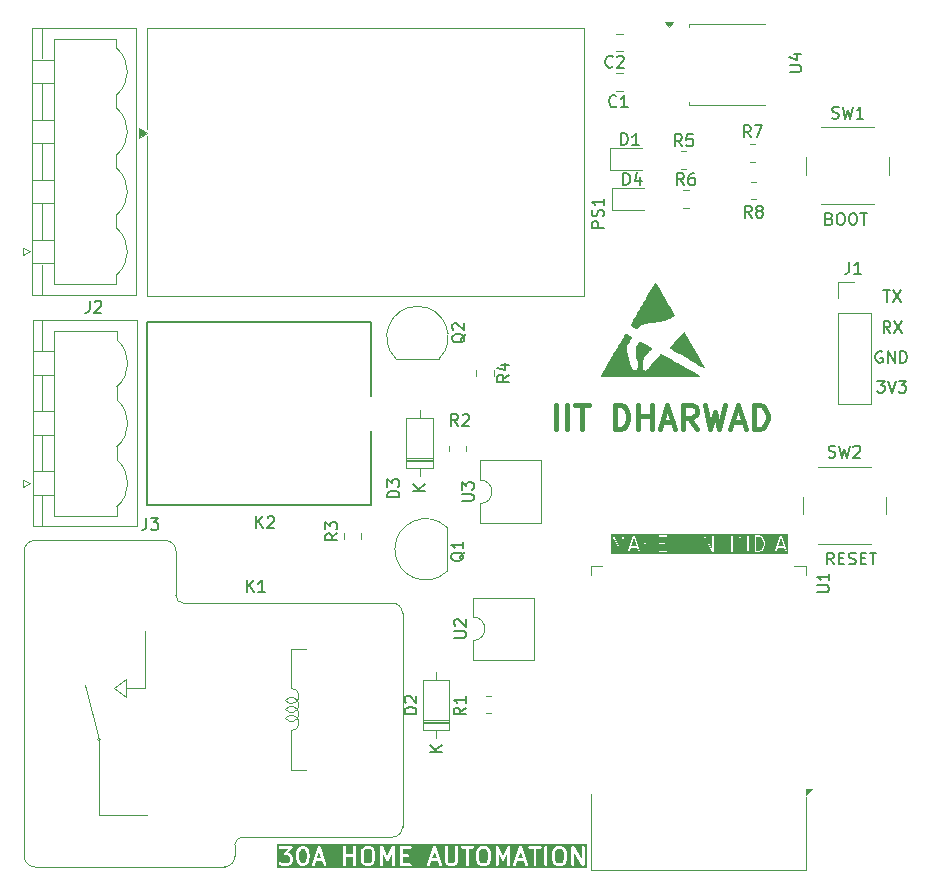
<source format=gbr>
%TF.GenerationSoftware,KiCad,Pcbnew,9.0.6*%
%TF.CreationDate,2025-12-27T10:25:56+05:30*%
%TF.ProjectId,30A_Home_Automation_with_ESP32,3330415f-486f-46d6-955f-4175746f6d61,rev?*%
%TF.SameCoordinates,Original*%
%TF.FileFunction,Legend,Top*%
%TF.FilePolarity,Positive*%
%FSLAX46Y46*%
G04 Gerber Fmt 4.6, Leading zero omitted, Abs format (unit mm)*
G04 Created by KiCad (PCBNEW 9.0.6) date 2025-12-27 10:25:56*
%MOMM*%
%LPD*%
G01*
G04 APERTURE LIST*
%ADD10C,0.200000*%
%ADD11C,0.100000*%
%ADD12C,0.400000*%
%ADD13C,0.250000*%
%ADD14C,0.150000*%
%ADD15C,0.120000*%
%ADD16C,0.010000*%
%ADD17C,0.127000*%
G04 APERTURE END LIST*
D10*
X182674435Y-80717219D02*
X183293482Y-80717219D01*
X183293482Y-80717219D02*
X182960149Y-81098171D01*
X182960149Y-81098171D02*
X183103006Y-81098171D01*
X183103006Y-81098171D02*
X183198244Y-81145790D01*
X183198244Y-81145790D02*
X183245863Y-81193409D01*
X183245863Y-81193409D02*
X183293482Y-81288647D01*
X183293482Y-81288647D02*
X183293482Y-81526742D01*
X183293482Y-81526742D02*
X183245863Y-81621980D01*
X183245863Y-81621980D02*
X183198244Y-81669600D01*
X183198244Y-81669600D02*
X183103006Y-81717219D01*
X183103006Y-81717219D02*
X182817292Y-81717219D01*
X182817292Y-81717219D02*
X182722054Y-81669600D01*
X182722054Y-81669600D02*
X182674435Y-81621980D01*
X183579197Y-80717219D02*
X183912530Y-81717219D01*
X183912530Y-81717219D02*
X184245863Y-80717219D01*
X184483959Y-80717219D02*
X185103006Y-80717219D01*
X185103006Y-80717219D02*
X184769673Y-81098171D01*
X184769673Y-81098171D02*
X184912530Y-81098171D01*
X184912530Y-81098171D02*
X185007768Y-81145790D01*
X185007768Y-81145790D02*
X185055387Y-81193409D01*
X185055387Y-81193409D02*
X185103006Y-81288647D01*
X185103006Y-81288647D02*
X185103006Y-81526742D01*
X185103006Y-81526742D02*
X185055387Y-81621980D01*
X185055387Y-81621980D02*
X185007768Y-81669600D01*
X185007768Y-81669600D02*
X184912530Y-81717219D01*
X184912530Y-81717219D02*
X184626816Y-81717219D01*
X184626816Y-81717219D02*
X184531578Y-81669600D01*
X184531578Y-81669600D02*
X184483959Y-81621980D01*
X183093482Y-78264838D02*
X182998244Y-78217219D01*
X182998244Y-78217219D02*
X182855387Y-78217219D01*
X182855387Y-78217219D02*
X182712530Y-78264838D01*
X182712530Y-78264838D02*
X182617292Y-78360076D01*
X182617292Y-78360076D02*
X182569673Y-78455314D01*
X182569673Y-78455314D02*
X182522054Y-78645790D01*
X182522054Y-78645790D02*
X182522054Y-78788647D01*
X182522054Y-78788647D02*
X182569673Y-78979123D01*
X182569673Y-78979123D02*
X182617292Y-79074361D01*
X182617292Y-79074361D02*
X182712530Y-79169600D01*
X182712530Y-79169600D02*
X182855387Y-79217219D01*
X182855387Y-79217219D02*
X182950625Y-79217219D01*
X182950625Y-79217219D02*
X183093482Y-79169600D01*
X183093482Y-79169600D02*
X183141101Y-79121980D01*
X183141101Y-79121980D02*
X183141101Y-78788647D01*
X183141101Y-78788647D02*
X182950625Y-78788647D01*
X183569673Y-79217219D02*
X183569673Y-78217219D01*
X183569673Y-78217219D02*
X184141101Y-79217219D01*
X184141101Y-79217219D02*
X184141101Y-78217219D01*
X184617292Y-79217219D02*
X184617292Y-78217219D01*
X184617292Y-78217219D02*
X184855387Y-78217219D01*
X184855387Y-78217219D02*
X184998244Y-78264838D01*
X184998244Y-78264838D02*
X185093482Y-78360076D01*
X185093482Y-78360076D02*
X185141101Y-78455314D01*
X185141101Y-78455314D02*
X185188720Y-78645790D01*
X185188720Y-78645790D02*
X185188720Y-78788647D01*
X185188720Y-78788647D02*
X185141101Y-78979123D01*
X185141101Y-78979123D02*
X185093482Y-79074361D01*
X185093482Y-79074361D02*
X184998244Y-79169600D01*
X184998244Y-79169600D02*
X184855387Y-79217219D01*
X184855387Y-79217219D02*
X184617292Y-79217219D01*
D11*
G36*
X172828065Y-93966310D02*
G01*
X172937791Y-94076036D01*
X172993612Y-94187679D01*
X173052693Y-94424001D01*
X173052693Y-94597406D01*
X172993612Y-94833729D01*
X172937791Y-94945373D01*
X172828065Y-95055098D01*
X172661247Y-95110704D01*
X172409836Y-95110704D01*
X172409836Y-93910704D01*
X172661247Y-93910704D01*
X172828065Y-93966310D01*
G37*
G36*
X162323798Y-94739276D02*
G01*
X161843492Y-94739276D01*
X162083645Y-94018817D01*
X162323798Y-94739276D01*
G37*
G36*
X174766656Y-94739276D02*
G01*
X174286350Y-94739276D01*
X174526503Y-94018817D01*
X174766656Y-94739276D01*
G37*
G36*
X175154155Y-95355148D02*
G01*
X160155868Y-95355148D01*
X160155868Y-93860704D01*
X160300312Y-93860704D01*
X160300312Y-95160704D01*
X160304118Y-95179838D01*
X160331178Y-95206898D01*
X160369446Y-95206898D01*
X160396506Y-95179838D01*
X160400312Y-95160704D01*
X160400312Y-94086081D01*
X160738337Y-94810420D01*
X160745959Y-94820809D01*
X160746772Y-94823045D01*
X160748029Y-94823631D01*
X160749877Y-94826150D01*
X160765949Y-94831994D01*
X160781450Y-94839228D01*
X160783646Y-94838429D01*
X160785842Y-94839228D01*
X160801342Y-94831994D01*
X160817415Y-94826150D01*
X160819262Y-94823631D01*
X160820520Y-94823045D01*
X160821332Y-94820809D01*
X160828955Y-94810420D01*
X161166979Y-94086081D01*
X161166979Y-95160704D01*
X161170785Y-95179838D01*
X161197845Y-95206898D01*
X161236113Y-95206898D01*
X161263173Y-95179838D01*
X161266274Y-95164248D01*
X161600438Y-95164248D01*
X161617552Y-95198477D01*
X161653856Y-95210578D01*
X161688085Y-95193464D01*
X161697746Y-95176515D01*
X161810159Y-94839276D01*
X162357132Y-94839276D01*
X162469545Y-95176516D01*
X162479206Y-95193464D01*
X162513435Y-95210579D01*
X162549739Y-95198477D01*
X162566853Y-95164249D01*
X162564413Y-95144893D01*
X162136349Y-93860704D01*
X162900312Y-93860704D01*
X162900312Y-95160704D01*
X162904118Y-95179838D01*
X162931178Y-95206898D01*
X162969446Y-95206898D01*
X162996506Y-95179838D01*
X163000312Y-95160704D01*
X163000312Y-94624271D01*
X163130616Y-94493966D01*
X163653169Y-95190704D01*
X163667694Y-95203728D01*
X163705578Y-95209140D01*
X163736193Y-95186179D01*
X163741605Y-95148295D01*
X163733169Y-95130704D01*
X163202045Y-94422538D01*
X163728524Y-93896060D01*
X163739363Y-93879839D01*
X163739363Y-93860704D01*
X164200312Y-93860704D01*
X164200312Y-95160704D01*
X164204118Y-95179838D01*
X164231178Y-95206898D01*
X164250312Y-95210704D01*
X164869360Y-95210704D01*
X164888494Y-95206898D01*
X164915554Y-95179838D01*
X164915554Y-95141570D01*
X164888494Y-95114510D01*
X164869360Y-95110704D01*
X164300312Y-95110704D01*
X164300312Y-94529752D01*
X164683646Y-94529752D01*
X164702780Y-94525946D01*
X164729840Y-94498886D01*
X164729840Y-94460618D01*
X164702780Y-94433558D01*
X164683646Y-94429752D01*
X164300312Y-94429752D01*
X164300312Y-93910704D01*
X164869360Y-93910704D01*
X164888494Y-93906898D01*
X164915554Y-93879838D01*
X164915554Y-93860704D01*
X167357454Y-93860704D01*
X167357454Y-95160704D01*
X167361260Y-95179838D01*
X167388320Y-95206898D01*
X167426588Y-95206898D01*
X167453648Y-95179838D01*
X167457454Y-95160704D01*
X167457454Y-93860704D01*
X167976502Y-93860704D01*
X167976502Y-95160704D01*
X167980308Y-95179838D01*
X168007368Y-95206898D01*
X168045636Y-95206898D01*
X168072696Y-95179838D01*
X168076502Y-95160704D01*
X168076502Y-94048982D01*
X168725947Y-95185511D01*
X168738744Y-95200235D01*
X168745368Y-95202041D01*
X168750225Y-95206898D01*
X168763175Y-95206898D01*
X168775664Y-95210304D01*
X168781625Y-95206898D01*
X168788493Y-95206898D01*
X168797650Y-95197740D01*
X168808890Y-95191318D01*
X168810696Y-95184694D01*
X168815553Y-95179838D01*
X168819359Y-95160704D01*
X168819359Y-93860704D01*
X170328883Y-93860704D01*
X170328883Y-95160704D01*
X170332689Y-95179838D01*
X170359749Y-95206898D01*
X170398017Y-95206898D01*
X170425077Y-95179838D01*
X170428883Y-95160704D01*
X170428883Y-93860704D01*
X170947931Y-93860704D01*
X170947931Y-95160704D01*
X170951737Y-95179838D01*
X170978797Y-95206898D01*
X171017065Y-95206898D01*
X171044125Y-95179838D01*
X171047931Y-95160704D01*
X171047931Y-94048982D01*
X171697376Y-95185511D01*
X171710173Y-95200235D01*
X171716797Y-95202041D01*
X171721654Y-95206898D01*
X171734604Y-95206898D01*
X171747093Y-95210304D01*
X171753054Y-95206898D01*
X171759922Y-95206898D01*
X171769079Y-95197740D01*
X171780319Y-95191318D01*
X171782125Y-95184694D01*
X171786982Y-95179838D01*
X171790788Y-95160704D01*
X171790788Y-93860704D01*
X172309836Y-93860704D01*
X172309836Y-95160704D01*
X172313642Y-95179838D01*
X172340702Y-95206898D01*
X172359836Y-95210704D01*
X172669360Y-95210704D01*
X172677222Y-95209140D01*
X172685171Y-95208138D01*
X172870886Y-95146234D01*
X172873061Y-95144994D01*
X172874208Y-95144994D01*
X172880866Y-95140544D01*
X172887834Y-95136573D01*
X172888347Y-95135545D01*
X172890429Y-95134155D01*
X173014239Y-95010345D01*
X173018689Y-95003685D01*
X173023605Y-94997351D01*
X173085510Y-94873540D01*
X173086955Y-94868260D01*
X173089296Y-94863307D01*
X173151200Y-94615687D01*
X173151497Y-94609568D01*
X173152693Y-94603561D01*
X173152693Y-94417847D01*
X173151497Y-94411839D01*
X173151200Y-94405721D01*
X173089296Y-94158101D01*
X173086956Y-94153148D01*
X173085510Y-94147867D01*
X173023605Y-94024058D01*
X173018689Y-94017723D01*
X173014239Y-94011064D01*
X172890429Y-93887254D01*
X172888347Y-93885863D01*
X172887834Y-93884836D01*
X172880866Y-93880864D01*
X172874208Y-93876415D01*
X172873061Y-93876415D01*
X172870886Y-93875175D01*
X172827473Y-93860704D01*
X173609836Y-93860704D01*
X173609836Y-95160704D01*
X173613642Y-95179838D01*
X173640702Y-95206898D01*
X173678970Y-95206898D01*
X173706030Y-95179838D01*
X173709131Y-95164248D01*
X174043296Y-95164248D01*
X174060410Y-95198477D01*
X174096714Y-95210578D01*
X174130943Y-95193464D01*
X174140604Y-95176515D01*
X174253017Y-94839276D01*
X174799990Y-94839276D01*
X174912403Y-95176516D01*
X174922064Y-95193464D01*
X174956293Y-95210579D01*
X174992597Y-95198477D01*
X175009711Y-95164249D01*
X175007271Y-95144893D01*
X174573937Y-93844893D01*
X174564276Y-93827944D01*
X174560933Y-93826273D01*
X174559263Y-93822931D01*
X174544223Y-93817917D01*
X174530047Y-93810830D01*
X174526503Y-93812011D01*
X174522959Y-93810830D01*
X174508782Y-93817917D01*
X174493743Y-93822931D01*
X174492072Y-93826273D01*
X174488730Y-93827944D01*
X174479069Y-93844893D01*
X174045736Y-95144893D01*
X174043296Y-95164248D01*
X173709131Y-95164248D01*
X173709836Y-95160704D01*
X173709836Y-93860704D01*
X173706030Y-93841570D01*
X173678970Y-93814510D01*
X173640702Y-93814510D01*
X173613642Y-93841570D01*
X173609836Y-93860704D01*
X172827473Y-93860704D01*
X172685171Y-93813270D01*
X172677222Y-93812267D01*
X172669360Y-93810704D01*
X172359836Y-93810704D01*
X172340702Y-93814510D01*
X172313642Y-93841570D01*
X172309836Y-93860704D01*
X171790788Y-93860704D01*
X171786982Y-93841570D01*
X171759922Y-93814510D01*
X171721654Y-93814510D01*
X171694594Y-93841570D01*
X171690788Y-93860704D01*
X171690788Y-94972425D01*
X171041343Y-93835897D01*
X171028546Y-93821172D01*
X171021919Y-93819364D01*
X171017065Y-93814510D01*
X171004118Y-93814510D01*
X170991625Y-93811103D01*
X170985663Y-93814510D01*
X170978797Y-93814510D01*
X170969643Y-93823663D01*
X170958399Y-93830089D01*
X170956591Y-93836715D01*
X170951737Y-93841570D01*
X170947931Y-93860704D01*
X170428883Y-93860704D01*
X170425077Y-93841570D01*
X170398017Y-93814510D01*
X170359749Y-93814510D01*
X170332689Y-93841570D01*
X170328883Y-93860704D01*
X168819359Y-93860704D01*
X168815553Y-93841570D01*
X168788493Y-93814510D01*
X168750225Y-93814510D01*
X168723165Y-93841570D01*
X168719359Y-93860704D01*
X168719359Y-94972425D01*
X168069914Y-93835897D01*
X168057117Y-93821172D01*
X168050490Y-93819364D01*
X168045636Y-93814510D01*
X168032689Y-93814510D01*
X168020196Y-93811103D01*
X168014234Y-93814510D01*
X168007368Y-93814510D01*
X167998214Y-93823663D01*
X167986970Y-93830089D01*
X167985162Y-93836715D01*
X167980308Y-93841570D01*
X167976502Y-93860704D01*
X167457454Y-93860704D01*
X167453648Y-93841570D01*
X167426588Y-93814510D01*
X167388320Y-93814510D01*
X167361260Y-93841570D01*
X167357454Y-93860704D01*
X164915554Y-93860704D01*
X164915554Y-93841570D01*
X164888494Y-93814510D01*
X164869360Y-93810704D01*
X164250312Y-93810704D01*
X164231178Y-93814510D01*
X164204118Y-93841570D01*
X164200312Y-93860704D01*
X163739363Y-93860704D01*
X163739363Y-93841570D01*
X163712303Y-93814510D01*
X163674034Y-93814510D01*
X163657813Y-93825349D01*
X163000312Y-94482850D01*
X163000312Y-93860704D01*
X162996506Y-93841570D01*
X162969446Y-93814510D01*
X162931178Y-93814510D01*
X162904118Y-93841570D01*
X162900312Y-93860704D01*
X162136349Y-93860704D01*
X162131079Y-93844893D01*
X162121418Y-93827944D01*
X162118075Y-93826273D01*
X162116405Y-93822931D01*
X162101365Y-93817917D01*
X162087189Y-93810830D01*
X162083645Y-93812011D01*
X162080101Y-93810830D01*
X162065924Y-93817917D01*
X162050885Y-93822931D01*
X162049214Y-93826273D01*
X162045872Y-93827944D01*
X162036211Y-93844893D01*
X161602878Y-95144893D01*
X161600438Y-95164248D01*
X161266274Y-95164248D01*
X161266979Y-95160704D01*
X161266979Y-93860704D01*
X161263173Y-93841570D01*
X161256890Y-93835287D01*
X161253853Y-93826935D01*
X161243887Y-93822284D01*
X161236113Y-93814510D01*
X161227228Y-93814510D01*
X161219175Y-93810752D01*
X161208840Y-93814510D01*
X161197845Y-93814510D01*
X161191562Y-93820792D01*
X161183210Y-93823830D01*
X161171670Y-93839559D01*
X160783645Y-94671041D01*
X160395621Y-93839560D01*
X160384081Y-93823830D01*
X160375728Y-93820792D01*
X160369446Y-93814510D01*
X160358451Y-93814510D01*
X160348116Y-93810752D01*
X160340063Y-93814510D01*
X160331178Y-93814510D01*
X160323403Y-93822284D01*
X160313438Y-93826935D01*
X160310400Y-93835287D01*
X160304118Y-93841570D01*
X160300312Y-93860704D01*
X160155868Y-93860704D01*
X160155868Y-93666260D01*
X175154155Y-93666260D01*
X175154155Y-95355148D01*
G37*
D10*
X183791101Y-76667219D02*
X183457768Y-76191028D01*
X183219673Y-76667219D02*
X183219673Y-75667219D01*
X183219673Y-75667219D02*
X183600625Y-75667219D01*
X183600625Y-75667219D02*
X183695863Y-75714838D01*
X183695863Y-75714838D02*
X183743482Y-75762457D01*
X183743482Y-75762457D02*
X183791101Y-75857695D01*
X183791101Y-75857695D02*
X183791101Y-76000552D01*
X183791101Y-76000552D02*
X183743482Y-76095790D01*
X183743482Y-76095790D02*
X183695863Y-76143409D01*
X183695863Y-76143409D02*
X183600625Y-76191028D01*
X183600625Y-76191028D02*
X183219673Y-76191028D01*
X184124435Y-75667219D02*
X184791101Y-76667219D01*
X184791101Y-75667219D02*
X184124435Y-76667219D01*
X178628006Y-66993409D02*
X178770863Y-67041028D01*
X178770863Y-67041028D02*
X178818482Y-67088647D01*
X178818482Y-67088647D02*
X178866101Y-67183885D01*
X178866101Y-67183885D02*
X178866101Y-67326742D01*
X178866101Y-67326742D02*
X178818482Y-67421980D01*
X178818482Y-67421980D02*
X178770863Y-67469600D01*
X178770863Y-67469600D02*
X178675625Y-67517219D01*
X178675625Y-67517219D02*
X178294673Y-67517219D01*
X178294673Y-67517219D02*
X178294673Y-66517219D01*
X178294673Y-66517219D02*
X178628006Y-66517219D01*
X178628006Y-66517219D02*
X178723244Y-66564838D01*
X178723244Y-66564838D02*
X178770863Y-66612457D01*
X178770863Y-66612457D02*
X178818482Y-66707695D01*
X178818482Y-66707695D02*
X178818482Y-66802933D01*
X178818482Y-66802933D02*
X178770863Y-66898171D01*
X178770863Y-66898171D02*
X178723244Y-66945790D01*
X178723244Y-66945790D02*
X178628006Y-66993409D01*
X178628006Y-66993409D02*
X178294673Y-66993409D01*
X179485149Y-66517219D02*
X179675625Y-66517219D01*
X179675625Y-66517219D02*
X179770863Y-66564838D01*
X179770863Y-66564838D02*
X179866101Y-66660076D01*
X179866101Y-66660076D02*
X179913720Y-66850552D01*
X179913720Y-66850552D02*
X179913720Y-67183885D01*
X179913720Y-67183885D02*
X179866101Y-67374361D01*
X179866101Y-67374361D02*
X179770863Y-67469600D01*
X179770863Y-67469600D02*
X179675625Y-67517219D01*
X179675625Y-67517219D02*
X179485149Y-67517219D01*
X179485149Y-67517219D02*
X179389911Y-67469600D01*
X179389911Y-67469600D02*
X179294673Y-67374361D01*
X179294673Y-67374361D02*
X179247054Y-67183885D01*
X179247054Y-67183885D02*
X179247054Y-66850552D01*
X179247054Y-66850552D02*
X179294673Y-66660076D01*
X179294673Y-66660076D02*
X179389911Y-66564838D01*
X179389911Y-66564838D02*
X179485149Y-66517219D01*
X180532768Y-66517219D02*
X180723244Y-66517219D01*
X180723244Y-66517219D02*
X180818482Y-66564838D01*
X180818482Y-66564838D02*
X180913720Y-66660076D01*
X180913720Y-66660076D02*
X180961339Y-66850552D01*
X180961339Y-66850552D02*
X180961339Y-67183885D01*
X180961339Y-67183885D02*
X180913720Y-67374361D01*
X180913720Y-67374361D02*
X180818482Y-67469600D01*
X180818482Y-67469600D02*
X180723244Y-67517219D01*
X180723244Y-67517219D02*
X180532768Y-67517219D01*
X180532768Y-67517219D02*
X180437530Y-67469600D01*
X180437530Y-67469600D02*
X180342292Y-67374361D01*
X180342292Y-67374361D02*
X180294673Y-67183885D01*
X180294673Y-67183885D02*
X180294673Y-66850552D01*
X180294673Y-66850552D02*
X180342292Y-66660076D01*
X180342292Y-66660076D02*
X180437530Y-66564838D01*
X180437530Y-66564838D02*
X180532768Y-66517219D01*
X181247054Y-66517219D02*
X181818482Y-66517219D01*
X181532768Y-67517219D02*
X181532768Y-66517219D01*
D12*
X155489347Y-84784438D02*
X155489347Y-82784438D01*
X156441728Y-84784438D02*
X156441728Y-82784438D01*
X157108395Y-82784438D02*
X158251252Y-82784438D01*
X157679823Y-84784438D02*
X157679823Y-82784438D01*
X160441729Y-84784438D02*
X160441729Y-82784438D01*
X160441729Y-82784438D02*
X160917919Y-82784438D01*
X160917919Y-82784438D02*
X161203634Y-82879676D01*
X161203634Y-82879676D02*
X161394110Y-83070152D01*
X161394110Y-83070152D02*
X161489348Y-83260628D01*
X161489348Y-83260628D02*
X161584586Y-83641580D01*
X161584586Y-83641580D02*
X161584586Y-83927295D01*
X161584586Y-83927295D02*
X161489348Y-84308247D01*
X161489348Y-84308247D02*
X161394110Y-84498723D01*
X161394110Y-84498723D02*
X161203634Y-84689200D01*
X161203634Y-84689200D02*
X160917919Y-84784438D01*
X160917919Y-84784438D02*
X160441729Y-84784438D01*
X162441729Y-84784438D02*
X162441729Y-82784438D01*
X162441729Y-83736819D02*
X163584586Y-83736819D01*
X163584586Y-84784438D02*
X163584586Y-82784438D01*
X164441729Y-84213009D02*
X165394110Y-84213009D01*
X164251253Y-84784438D02*
X164917919Y-82784438D01*
X164917919Y-82784438D02*
X165584586Y-84784438D01*
X167394110Y-84784438D02*
X166727443Y-83832057D01*
X166251253Y-84784438D02*
X166251253Y-82784438D01*
X166251253Y-82784438D02*
X167013158Y-82784438D01*
X167013158Y-82784438D02*
X167203634Y-82879676D01*
X167203634Y-82879676D02*
X167298872Y-82974914D01*
X167298872Y-82974914D02*
X167394110Y-83165390D01*
X167394110Y-83165390D02*
X167394110Y-83451104D01*
X167394110Y-83451104D02*
X167298872Y-83641580D01*
X167298872Y-83641580D02*
X167203634Y-83736819D01*
X167203634Y-83736819D02*
X167013158Y-83832057D01*
X167013158Y-83832057D02*
X166251253Y-83832057D01*
X168060777Y-82784438D02*
X168536967Y-84784438D01*
X168536967Y-84784438D02*
X168917920Y-83355866D01*
X168917920Y-83355866D02*
X169298872Y-84784438D01*
X169298872Y-84784438D02*
X169775063Y-82784438D01*
X170441729Y-84213009D02*
X171394110Y-84213009D01*
X170251253Y-84784438D02*
X170917919Y-82784438D01*
X170917919Y-82784438D02*
X171584586Y-84784438D01*
X172251253Y-84784438D02*
X172251253Y-82784438D01*
X172251253Y-82784438D02*
X172727443Y-82784438D01*
X172727443Y-82784438D02*
X173013158Y-82879676D01*
X173013158Y-82879676D02*
X173203634Y-83070152D01*
X173203634Y-83070152D02*
X173298872Y-83260628D01*
X173298872Y-83260628D02*
X173394110Y-83641580D01*
X173394110Y-83641580D02*
X173394110Y-83927295D01*
X173394110Y-83927295D02*
X173298872Y-84308247D01*
X173298872Y-84308247D02*
X173203634Y-84498723D01*
X173203634Y-84498723D02*
X173013158Y-84689200D01*
X173013158Y-84689200D02*
X172727443Y-84784438D01*
X172727443Y-84784438D02*
X172251253Y-84784438D01*
D10*
X178991101Y-96267219D02*
X178657768Y-95791028D01*
X178419673Y-96267219D02*
X178419673Y-95267219D01*
X178419673Y-95267219D02*
X178800625Y-95267219D01*
X178800625Y-95267219D02*
X178895863Y-95314838D01*
X178895863Y-95314838D02*
X178943482Y-95362457D01*
X178943482Y-95362457D02*
X178991101Y-95457695D01*
X178991101Y-95457695D02*
X178991101Y-95600552D01*
X178991101Y-95600552D02*
X178943482Y-95695790D01*
X178943482Y-95695790D02*
X178895863Y-95743409D01*
X178895863Y-95743409D02*
X178800625Y-95791028D01*
X178800625Y-95791028D02*
X178419673Y-95791028D01*
X179419673Y-95743409D02*
X179753006Y-95743409D01*
X179895863Y-96267219D02*
X179419673Y-96267219D01*
X179419673Y-96267219D02*
X179419673Y-95267219D01*
X179419673Y-95267219D02*
X179895863Y-95267219D01*
X180276816Y-96219600D02*
X180419673Y-96267219D01*
X180419673Y-96267219D02*
X180657768Y-96267219D01*
X180657768Y-96267219D02*
X180753006Y-96219600D01*
X180753006Y-96219600D02*
X180800625Y-96171980D01*
X180800625Y-96171980D02*
X180848244Y-96076742D01*
X180848244Y-96076742D02*
X180848244Y-95981504D01*
X180848244Y-95981504D02*
X180800625Y-95886266D01*
X180800625Y-95886266D02*
X180753006Y-95838647D01*
X180753006Y-95838647D02*
X180657768Y-95791028D01*
X180657768Y-95791028D02*
X180467292Y-95743409D01*
X180467292Y-95743409D02*
X180372054Y-95695790D01*
X180372054Y-95695790D02*
X180324435Y-95648171D01*
X180324435Y-95648171D02*
X180276816Y-95552933D01*
X180276816Y-95552933D02*
X180276816Y-95457695D01*
X180276816Y-95457695D02*
X180324435Y-95362457D01*
X180324435Y-95362457D02*
X180372054Y-95314838D01*
X180372054Y-95314838D02*
X180467292Y-95267219D01*
X180467292Y-95267219D02*
X180705387Y-95267219D01*
X180705387Y-95267219D02*
X180848244Y-95314838D01*
X181276816Y-95743409D02*
X181610149Y-95743409D01*
X181753006Y-96267219D02*
X181276816Y-96267219D01*
X181276816Y-96267219D02*
X181276816Y-95267219D01*
X181276816Y-95267219D02*
X181753006Y-95267219D01*
X182038721Y-95267219D02*
X182610149Y-95267219D01*
X182324435Y-96267219D02*
X182324435Y-95267219D01*
D13*
G36*
X134197569Y-120377588D02*
G01*
X134240312Y-120420330D01*
X134296531Y-120532769D01*
X134360901Y-120790246D01*
X134360901Y-121116610D01*
X134296531Y-121374086D01*
X134240311Y-121486528D01*
X134197572Y-121529266D01*
X134099249Y-121578428D01*
X134015409Y-121578428D01*
X133917087Y-121529267D01*
X133874346Y-121486526D01*
X133818126Y-121374086D01*
X133753758Y-121116611D01*
X133753758Y-120790245D01*
X133818126Y-120532769D01*
X133874345Y-120420331D01*
X133917089Y-120377588D01*
X134015409Y-120328428D01*
X134099250Y-120328428D01*
X134197569Y-120377588D01*
G37*
G36*
X139768998Y-120377588D02*
G01*
X139873029Y-120481620D01*
X139932329Y-120718817D01*
X139932329Y-121188038D01*
X139873029Y-121425235D01*
X139768997Y-121529267D01*
X139670677Y-121578428D01*
X139443980Y-121578428D01*
X139345659Y-121529267D01*
X139241628Y-121425236D01*
X139182329Y-121188039D01*
X139182329Y-120718816D01*
X139241627Y-120481620D01*
X139345660Y-120377587D01*
X139443980Y-120328428D01*
X139670678Y-120328428D01*
X139768998Y-120377588D01*
G37*
G36*
X149554713Y-120377588D02*
G01*
X149658744Y-120481620D01*
X149718044Y-120718817D01*
X149718044Y-121188038D01*
X149658744Y-121425235D01*
X149554712Y-121529267D01*
X149456392Y-121578428D01*
X149229695Y-121578428D01*
X149131374Y-121529267D01*
X149027343Y-121425236D01*
X148968044Y-121188039D01*
X148968044Y-120718816D01*
X149027342Y-120481620D01*
X149131375Y-120377587D01*
X149229695Y-120328428D01*
X149456393Y-120328428D01*
X149554713Y-120377588D01*
G37*
G36*
X155983285Y-120377588D02*
G01*
X156087316Y-120481620D01*
X156146616Y-120718817D01*
X156146616Y-121188038D01*
X156087316Y-121425235D01*
X155983284Y-121529267D01*
X155884964Y-121578428D01*
X155658267Y-121578428D01*
X155559946Y-121529267D01*
X155455915Y-121425236D01*
X155396616Y-121188039D01*
X155396616Y-120718816D01*
X155455914Y-120481620D01*
X155559947Y-120377587D01*
X155658267Y-120328428D01*
X155884965Y-120328428D01*
X155983285Y-120377588D01*
G37*
G36*
X135598187Y-121149857D02*
G01*
X135230757Y-121149857D01*
X135414471Y-120598711D01*
X135598187Y-121149857D01*
G37*
G36*
X145383902Y-121149857D02*
G01*
X145016472Y-121149857D01*
X145200186Y-120598711D01*
X145383902Y-121149857D01*
G37*
G36*
X152669617Y-121149857D02*
G01*
X152302187Y-121149857D01*
X152485901Y-120598711D01*
X152669617Y-121149857D01*
G37*
G36*
X158063283Y-121995095D02*
G01*
X131839493Y-121995095D01*
X131839493Y-120179042D01*
X132006160Y-120179042D01*
X132006160Y-120227814D01*
X132024824Y-120272874D01*
X132059312Y-120307362D01*
X132104372Y-120326026D01*
X132128758Y-120328428D01*
X132781859Y-120328428D01*
X132463258Y-120692544D01*
X132455722Y-120703084D01*
X132453396Y-120705411D01*
X132452482Y-120707616D01*
X132449007Y-120712478D01*
X132442500Y-120731716D01*
X132434732Y-120750471D01*
X132434732Y-120754684D01*
X132433381Y-120758679D01*
X132434732Y-120778940D01*
X132434732Y-120799243D01*
X132436345Y-120803138D01*
X132436626Y-120807345D01*
X132445625Y-120825543D01*
X132453396Y-120844303D01*
X132456377Y-120847284D01*
X132458246Y-120851063D01*
X132473526Y-120864433D01*
X132487884Y-120878791D01*
X132491778Y-120880404D01*
X132494951Y-120883180D01*
X132514189Y-120889686D01*
X132532944Y-120897455D01*
X132538888Y-120898040D01*
X132541152Y-120898806D01*
X132544436Y-120898586D01*
X132557330Y-120899857D01*
X132742106Y-120899857D01*
X132840427Y-120949017D01*
X132883169Y-120991759D01*
X132932330Y-121090079D01*
X132932330Y-121388205D01*
X132883169Y-121486525D01*
X132840427Y-121529267D01*
X132742106Y-121578428D01*
X132372552Y-121578428D01*
X132274230Y-121529267D01*
X132217146Y-121472183D01*
X132198204Y-121456638D01*
X132153145Y-121437973D01*
X132104371Y-121437973D01*
X132059312Y-121456638D01*
X132024825Y-121491125D01*
X132006160Y-121536184D01*
X132006160Y-121584958D01*
X132024825Y-121630017D01*
X132040370Y-121648959D01*
X132111799Y-121720388D01*
X132121384Y-121728254D01*
X132123548Y-121730749D01*
X132127309Y-121733117D01*
X132130741Y-121735933D01*
X132133787Y-121737194D01*
X132144286Y-121743804D01*
X132287143Y-121815232D01*
X132310029Y-121823989D01*
X132314508Y-121824307D01*
X132318658Y-121826026D01*
X132343044Y-121828428D01*
X132771615Y-121828428D01*
X132796001Y-121826026D01*
X132800150Y-121824307D01*
X132804630Y-121823989D01*
X132827516Y-121815232D01*
X132970374Y-121743804D01*
X132980872Y-121737195D01*
X132983920Y-121735933D01*
X132987350Y-121733117D01*
X132991112Y-121730750D01*
X132993276Y-121728254D01*
X133002862Y-121720388D01*
X133074290Y-121648959D01*
X133082158Y-121639370D01*
X133084650Y-121637210D01*
X133087014Y-121633453D01*
X133089835Y-121630017D01*
X133091098Y-121626965D01*
X133097704Y-121616473D01*
X133169133Y-121473616D01*
X133177891Y-121450731D01*
X133178209Y-121446248D01*
X133179928Y-121442100D01*
X133182330Y-121417714D01*
X133182330Y-121060571D01*
X133179928Y-121036185D01*
X133178209Y-121032036D01*
X133177891Y-121027554D01*
X133169133Y-121004669D01*
X133097704Y-120861812D01*
X133091098Y-120851319D01*
X133089835Y-120848268D01*
X133087014Y-120844831D01*
X133084650Y-120841075D01*
X133082158Y-120838914D01*
X133074290Y-120829326D01*
X133019822Y-120774857D01*
X133503758Y-120774857D01*
X133503758Y-121132000D01*
X133504177Y-121136254D01*
X133503906Y-121138076D01*
X133505255Y-121147204D01*
X133506160Y-121156386D01*
X133506864Y-121158087D01*
X133507490Y-121162317D01*
X133578918Y-121448031D01*
X133579561Y-121449830D01*
X133579625Y-121450730D01*
X133583507Y-121460876D01*
X133587163Y-121471106D01*
X133587699Y-121471830D01*
X133588383Y-121473616D01*
X133659812Y-121616473D01*
X133666419Y-121626969D01*
X133667682Y-121630017D01*
X133670498Y-121633448D01*
X133672866Y-121637210D01*
X133675360Y-121639373D01*
X133683227Y-121648959D01*
X133754656Y-121720388D01*
X133764241Y-121728254D01*
X133766405Y-121730749D01*
X133770166Y-121733117D01*
X133773598Y-121735933D01*
X133776644Y-121737194D01*
X133787143Y-121743804D01*
X133930000Y-121815232D01*
X133952886Y-121823989D01*
X133957365Y-121824307D01*
X133961515Y-121826026D01*
X133985901Y-121828428D01*
X134128758Y-121828428D01*
X134153144Y-121826026D01*
X134157292Y-121824307D01*
X134161774Y-121823989D01*
X134184659Y-121815232D01*
X134327517Y-121743803D01*
X134338013Y-121737195D01*
X134341061Y-121735933D01*
X134344492Y-121733116D01*
X134348254Y-121730749D01*
X134350417Y-121728254D01*
X134360003Y-121720388D01*
X134392597Y-121687794D01*
X134790454Y-121687794D01*
X134793911Y-121736443D01*
X134815723Y-121780068D01*
X134852569Y-121812023D01*
X134898838Y-121827446D01*
X134947487Y-121823989D01*
X134991112Y-121802177D01*
X135023067Y-121765331D01*
X135033057Y-121742956D01*
X135147423Y-121399857D01*
X135681520Y-121399857D01*
X135795887Y-121742957D01*
X135805877Y-121765332D01*
X135837832Y-121802177D01*
X135881457Y-121823989D01*
X135930106Y-121827446D01*
X135976376Y-121812023D01*
X136013221Y-121780068D01*
X136035033Y-121736444D01*
X136038490Y-121687794D01*
X136033057Y-121663900D01*
X135546233Y-120203428D01*
X137432328Y-120203428D01*
X137432328Y-121703428D01*
X137434730Y-121727814D01*
X137453394Y-121772874D01*
X137487882Y-121807362D01*
X137532942Y-121826026D01*
X137581714Y-121826026D01*
X137626774Y-121807362D01*
X137661262Y-121772874D01*
X137679926Y-121727814D01*
X137682328Y-121703428D01*
X137682328Y-121042714D01*
X138289471Y-121042714D01*
X138289471Y-121703428D01*
X138291873Y-121727814D01*
X138310537Y-121772874D01*
X138345025Y-121807362D01*
X138390085Y-121826026D01*
X138438857Y-121826026D01*
X138483917Y-121807362D01*
X138518405Y-121772874D01*
X138537069Y-121727814D01*
X138539471Y-121703428D01*
X138539471Y-120703428D01*
X138932329Y-120703428D01*
X138932329Y-121203428D01*
X138932748Y-121207682D01*
X138932477Y-121209504D01*
X138933826Y-121218632D01*
X138934731Y-121227814D01*
X138935435Y-121229515D01*
X138936061Y-121233745D01*
X139007489Y-121519459D01*
X139015734Y-121542534D01*
X139021267Y-121550002D01*
X139024824Y-121558588D01*
X139040369Y-121577530D01*
X139183227Y-121720389D01*
X139192815Y-121728257D01*
X139194976Y-121730749D01*
X139198732Y-121733113D01*
X139202169Y-121735934D01*
X139205219Y-121737197D01*
X139215714Y-121743804D01*
X139358571Y-121815232D01*
X139381457Y-121823989D01*
X139385936Y-121824307D01*
X139390086Y-121826026D01*
X139414472Y-121828428D01*
X139700186Y-121828428D01*
X139724572Y-121826026D01*
X139728720Y-121824307D01*
X139733202Y-121823989D01*
X139756087Y-121815232D01*
X139898945Y-121743803D01*
X139909439Y-121737196D01*
X139912490Y-121735933D01*
X139915924Y-121733114D01*
X139919682Y-121730749D01*
X139921843Y-121728257D01*
X139931432Y-121720388D01*
X140074289Y-121577530D01*
X140089834Y-121558588D01*
X140093390Y-121550000D01*
X140098923Y-121542534D01*
X140107168Y-121519459D01*
X140178597Y-121233746D01*
X140179222Y-121229514D01*
X140179927Y-121227814D01*
X140180831Y-121218635D01*
X140182181Y-121209505D01*
X140181909Y-121207682D01*
X140182329Y-121203428D01*
X140182329Y-120703428D01*
X140181909Y-120699173D01*
X140182181Y-120697351D01*
X140180831Y-120688220D01*
X140179927Y-120679042D01*
X140179222Y-120677341D01*
X140178597Y-120673110D01*
X140107168Y-120387397D01*
X140098923Y-120364322D01*
X140093390Y-120356854D01*
X140089833Y-120348267D01*
X140074288Y-120329325D01*
X139948390Y-120203428D01*
X140575186Y-120203428D01*
X140575186Y-121703428D01*
X140577588Y-121727814D01*
X140596252Y-121772874D01*
X140630740Y-121807362D01*
X140675800Y-121826026D01*
X140724572Y-121826026D01*
X140769632Y-121807362D01*
X140804120Y-121772874D01*
X140822784Y-121727814D01*
X140825186Y-121703428D01*
X140825186Y-120766874D01*
X141086913Y-121327718D01*
X141092202Y-121336647D01*
X141093303Y-121339673D01*
X141095262Y-121341813D01*
X141099402Y-121348800D01*
X141113410Y-121361628D01*
X141126243Y-121375641D01*
X141131275Y-121377989D01*
X141135371Y-121381740D01*
X141153221Y-121388231D01*
X141170439Y-121396266D01*
X141175988Y-121396509D01*
X141181208Y-121398408D01*
X141200186Y-121397573D01*
X141219165Y-121398408D01*
X141224384Y-121396509D01*
X141229933Y-121396266D01*
X141247146Y-121388232D01*
X141265002Y-121381740D01*
X141269098Y-121377988D01*
X141274129Y-121375641D01*
X141286959Y-121361630D01*
X141300970Y-121348800D01*
X141305109Y-121341813D01*
X141307069Y-121339673D01*
X141308169Y-121336647D01*
X141313459Y-121327718D01*
X141575186Y-120766873D01*
X141575186Y-121703428D01*
X141577588Y-121727814D01*
X141596252Y-121772874D01*
X141630740Y-121807362D01*
X141675800Y-121826026D01*
X141724572Y-121826026D01*
X141769632Y-121807362D01*
X141804120Y-121772874D01*
X141822784Y-121727814D01*
X141825186Y-121703428D01*
X141825186Y-120203428D01*
X142289472Y-120203428D01*
X142289472Y-121703428D01*
X142291874Y-121727814D01*
X142310538Y-121772874D01*
X142345026Y-121807362D01*
X142390086Y-121826026D01*
X142414472Y-121828428D01*
X143128758Y-121828428D01*
X143153144Y-121826026D01*
X143198204Y-121807362D01*
X143232692Y-121772874D01*
X143251356Y-121727814D01*
X143251356Y-121687794D01*
X144576169Y-121687794D01*
X144579626Y-121736443D01*
X144601438Y-121780068D01*
X144638284Y-121812023D01*
X144684553Y-121827446D01*
X144733202Y-121823989D01*
X144776827Y-121802177D01*
X144808782Y-121765331D01*
X144818772Y-121742956D01*
X144933138Y-121399857D01*
X145467235Y-121399857D01*
X145581602Y-121742957D01*
X145591592Y-121765332D01*
X145623547Y-121802177D01*
X145667172Y-121823989D01*
X145715821Y-121827446D01*
X145762091Y-121812023D01*
X145798936Y-121780068D01*
X145820748Y-121736444D01*
X145824205Y-121687794D01*
X145818772Y-121663900D01*
X145331948Y-120203428D01*
X146075186Y-120203428D01*
X146075186Y-121417714D01*
X146077588Y-121442100D01*
X146079306Y-121446248D01*
X146079625Y-121450730D01*
X146088383Y-121473616D01*
X146159812Y-121616473D01*
X146166419Y-121626969D01*
X146167682Y-121630017D01*
X146170498Y-121633448D01*
X146172866Y-121637210D01*
X146175360Y-121639373D01*
X146183227Y-121648959D01*
X146254656Y-121720388D01*
X146264241Y-121728254D01*
X146266405Y-121730749D01*
X146270166Y-121733117D01*
X146273598Y-121735933D01*
X146276644Y-121737194D01*
X146287143Y-121743804D01*
X146430000Y-121815232D01*
X146452886Y-121823989D01*
X146457365Y-121824307D01*
X146461515Y-121826026D01*
X146485901Y-121828428D01*
X146771615Y-121828428D01*
X146796001Y-121826026D01*
X146800149Y-121824307D01*
X146804631Y-121823989D01*
X146827516Y-121815232D01*
X146970374Y-121743803D01*
X146980870Y-121737195D01*
X146983918Y-121735933D01*
X146987349Y-121733116D01*
X146991111Y-121730749D01*
X146993274Y-121728254D01*
X147002860Y-121720388D01*
X147074289Y-121648959D01*
X147082155Y-121639373D01*
X147084650Y-121637210D01*
X147087018Y-121633448D01*
X147089834Y-121630017D01*
X147091095Y-121626970D01*
X147097705Y-121616472D01*
X147169133Y-121473615D01*
X147177890Y-121450729D01*
X147178208Y-121446249D01*
X147179927Y-121442100D01*
X147182329Y-121417714D01*
X147182329Y-120203428D01*
X147179927Y-120179042D01*
X147434732Y-120179042D01*
X147434732Y-120227814D01*
X147453396Y-120272874D01*
X147487884Y-120307362D01*
X147532944Y-120326026D01*
X147557330Y-120328428D01*
X147860901Y-120328428D01*
X147860901Y-121703428D01*
X147863303Y-121727814D01*
X147881967Y-121772874D01*
X147916455Y-121807362D01*
X147961515Y-121826026D01*
X148010287Y-121826026D01*
X148055347Y-121807362D01*
X148089835Y-121772874D01*
X148108499Y-121727814D01*
X148110901Y-121703428D01*
X148110901Y-120703428D01*
X148718044Y-120703428D01*
X148718044Y-121203428D01*
X148718463Y-121207682D01*
X148718192Y-121209504D01*
X148719541Y-121218632D01*
X148720446Y-121227814D01*
X148721150Y-121229515D01*
X148721776Y-121233745D01*
X148793204Y-121519459D01*
X148801449Y-121542534D01*
X148806982Y-121550002D01*
X148810539Y-121558588D01*
X148826084Y-121577530D01*
X148968942Y-121720389D01*
X148978530Y-121728257D01*
X148980691Y-121730749D01*
X148984447Y-121733113D01*
X148987884Y-121735934D01*
X148990934Y-121737197D01*
X149001429Y-121743804D01*
X149144286Y-121815232D01*
X149167172Y-121823989D01*
X149171651Y-121824307D01*
X149175801Y-121826026D01*
X149200187Y-121828428D01*
X149485901Y-121828428D01*
X149510287Y-121826026D01*
X149514435Y-121824307D01*
X149518917Y-121823989D01*
X149541802Y-121815232D01*
X149684660Y-121743803D01*
X149695154Y-121737196D01*
X149698205Y-121735933D01*
X149701639Y-121733114D01*
X149705397Y-121730749D01*
X149707558Y-121728257D01*
X149717147Y-121720388D01*
X149860004Y-121577530D01*
X149875549Y-121558588D01*
X149879105Y-121550000D01*
X149884638Y-121542534D01*
X149892883Y-121519459D01*
X149964312Y-121233746D01*
X149964937Y-121229514D01*
X149965642Y-121227814D01*
X149966546Y-121218635D01*
X149967896Y-121209505D01*
X149967624Y-121207682D01*
X149968044Y-121203428D01*
X149968044Y-120703428D01*
X149967624Y-120699173D01*
X149967896Y-120697351D01*
X149966546Y-120688220D01*
X149965642Y-120679042D01*
X149964937Y-120677341D01*
X149964312Y-120673110D01*
X149892883Y-120387397D01*
X149884638Y-120364322D01*
X149879105Y-120356854D01*
X149875548Y-120348267D01*
X149860003Y-120329325D01*
X149734105Y-120203428D01*
X150360901Y-120203428D01*
X150360901Y-121703428D01*
X150363303Y-121727814D01*
X150381967Y-121772874D01*
X150416455Y-121807362D01*
X150461515Y-121826026D01*
X150510287Y-121826026D01*
X150555347Y-121807362D01*
X150589835Y-121772874D01*
X150608499Y-121727814D01*
X150610901Y-121703428D01*
X150610901Y-120766874D01*
X150872628Y-121327718D01*
X150877917Y-121336647D01*
X150879018Y-121339673D01*
X150880977Y-121341813D01*
X150885117Y-121348800D01*
X150899125Y-121361628D01*
X150911958Y-121375641D01*
X150916990Y-121377989D01*
X150921086Y-121381740D01*
X150938936Y-121388231D01*
X150956154Y-121396266D01*
X150961703Y-121396509D01*
X150966923Y-121398408D01*
X150985901Y-121397573D01*
X151004880Y-121398408D01*
X151010099Y-121396509D01*
X151015648Y-121396266D01*
X151032861Y-121388232D01*
X151050717Y-121381740D01*
X151054813Y-121377988D01*
X151059844Y-121375641D01*
X151072674Y-121361630D01*
X151086685Y-121348800D01*
X151090824Y-121341813D01*
X151092784Y-121339673D01*
X151093884Y-121336647D01*
X151099174Y-121327718D01*
X151360901Y-120766873D01*
X151360901Y-121703428D01*
X151363303Y-121727814D01*
X151381967Y-121772874D01*
X151416455Y-121807362D01*
X151461515Y-121826026D01*
X151510287Y-121826026D01*
X151555347Y-121807362D01*
X151589835Y-121772874D01*
X151608499Y-121727814D01*
X151610901Y-121703428D01*
X151610901Y-121687794D01*
X151861884Y-121687794D01*
X151865341Y-121736443D01*
X151887153Y-121780068D01*
X151923999Y-121812023D01*
X151970268Y-121827446D01*
X152018917Y-121823989D01*
X152062542Y-121802177D01*
X152094497Y-121765331D01*
X152104487Y-121742956D01*
X152218853Y-121399857D01*
X152752950Y-121399857D01*
X152867317Y-121742957D01*
X152877307Y-121765332D01*
X152909262Y-121802177D01*
X152952887Y-121823989D01*
X153001536Y-121827446D01*
X153047806Y-121812023D01*
X153084651Y-121780068D01*
X153106463Y-121736444D01*
X153109920Y-121687794D01*
X153104487Y-121663900D01*
X152609534Y-120179042D01*
X153149018Y-120179042D01*
X153149018Y-120227814D01*
X153167682Y-120272874D01*
X153202170Y-120307362D01*
X153247230Y-120326026D01*
X153271616Y-120328428D01*
X153575187Y-120328428D01*
X153575187Y-121703428D01*
X153577589Y-121727814D01*
X153596253Y-121772874D01*
X153630741Y-121807362D01*
X153675801Y-121826026D01*
X153724573Y-121826026D01*
X153769633Y-121807362D01*
X153804121Y-121772874D01*
X153822785Y-121727814D01*
X153825187Y-121703428D01*
X153825187Y-120328428D01*
X154128759Y-120328428D01*
X154153145Y-120326026D01*
X154198205Y-120307362D01*
X154232693Y-120272874D01*
X154251357Y-120227814D01*
X154251357Y-120203428D01*
X154503758Y-120203428D01*
X154503758Y-121703428D01*
X154506160Y-121727814D01*
X154524824Y-121772874D01*
X154559312Y-121807362D01*
X154604372Y-121826026D01*
X154653144Y-121826026D01*
X154698204Y-121807362D01*
X154732692Y-121772874D01*
X154751356Y-121727814D01*
X154753758Y-121703428D01*
X154753758Y-120703428D01*
X155146616Y-120703428D01*
X155146616Y-121203428D01*
X155147035Y-121207682D01*
X155146764Y-121209504D01*
X155148113Y-121218632D01*
X155149018Y-121227814D01*
X155149722Y-121229515D01*
X155150348Y-121233745D01*
X155221776Y-121519459D01*
X155230021Y-121542534D01*
X155235554Y-121550002D01*
X155239111Y-121558588D01*
X155254656Y-121577530D01*
X155397514Y-121720389D01*
X155407102Y-121728257D01*
X155409263Y-121730749D01*
X155413019Y-121733113D01*
X155416456Y-121735934D01*
X155419506Y-121737197D01*
X155430001Y-121743804D01*
X155572858Y-121815232D01*
X155595744Y-121823989D01*
X155600223Y-121824307D01*
X155604373Y-121826026D01*
X155628759Y-121828428D01*
X155914473Y-121828428D01*
X155938859Y-121826026D01*
X155943007Y-121824307D01*
X155947489Y-121823989D01*
X155970374Y-121815232D01*
X156113232Y-121743803D01*
X156123726Y-121737196D01*
X156126777Y-121735933D01*
X156130211Y-121733114D01*
X156133969Y-121730749D01*
X156136130Y-121728257D01*
X156145719Y-121720388D01*
X156288576Y-121577530D01*
X156304121Y-121558588D01*
X156307677Y-121550000D01*
X156313210Y-121542534D01*
X156321455Y-121519459D01*
X156392884Y-121233746D01*
X156393509Y-121229514D01*
X156394214Y-121227814D01*
X156395118Y-121218635D01*
X156396468Y-121209505D01*
X156396196Y-121207682D01*
X156396616Y-121203428D01*
X156396616Y-120703428D01*
X156396196Y-120699173D01*
X156396468Y-120697351D01*
X156395118Y-120688220D01*
X156394214Y-120679042D01*
X156393509Y-120677341D01*
X156392884Y-120673110D01*
X156321455Y-120387397D01*
X156313210Y-120364322D01*
X156307677Y-120356854D01*
X156304120Y-120348267D01*
X156288575Y-120329325D01*
X156162677Y-120203428D01*
X156789473Y-120203428D01*
X156789473Y-121703428D01*
X156791875Y-121727814D01*
X156810539Y-121772874D01*
X156845027Y-121807362D01*
X156890087Y-121826026D01*
X156938859Y-121826026D01*
X156983919Y-121807362D01*
X157018407Y-121772874D01*
X157037071Y-121727814D01*
X157039473Y-121703428D01*
X157039473Y-120674122D01*
X157663086Y-121765446D01*
X157666733Y-121770584D01*
X157667682Y-121772874D01*
X157670015Y-121775207D01*
X157677270Y-121785427D01*
X157690414Y-121795606D01*
X157702170Y-121807362D01*
X157709530Y-121810410D01*
X157715831Y-121815290D01*
X157731872Y-121819664D01*
X157747230Y-121826026D01*
X157755197Y-121826026D01*
X157762886Y-121828123D01*
X157779381Y-121826026D01*
X157796002Y-121826026D01*
X157803362Y-121822977D01*
X157811269Y-121821972D01*
X157825703Y-121813723D01*
X157841062Y-121807362D01*
X157846696Y-121801727D01*
X157853615Y-121797774D01*
X157863794Y-121784629D01*
X157875550Y-121772874D01*
X157878598Y-121765513D01*
X157883478Y-121759213D01*
X157887853Y-121743170D01*
X157894214Y-121727814D01*
X157895442Y-121715344D01*
X157896311Y-121712159D01*
X157895998Y-121709699D01*
X157896616Y-121703428D01*
X157896616Y-120203428D01*
X157894214Y-120179042D01*
X157875550Y-120133982D01*
X157841062Y-120099494D01*
X157796002Y-120080830D01*
X157747230Y-120080830D01*
X157702170Y-120099494D01*
X157667682Y-120133982D01*
X157649018Y-120179042D01*
X157646616Y-120203428D01*
X157646616Y-121232732D01*
X157023003Y-120141411D01*
X157019356Y-120136273D01*
X157018407Y-120133982D01*
X157016072Y-120131647D01*
X157008819Y-120121429D01*
X156995674Y-120111249D01*
X156983919Y-120099494D01*
X156976558Y-120096445D01*
X156970258Y-120091566D01*
X156954216Y-120087191D01*
X156938859Y-120080830D01*
X156930892Y-120080830D01*
X156923203Y-120078733D01*
X156906708Y-120080830D01*
X156890087Y-120080830D01*
X156882726Y-120083878D01*
X156874820Y-120084884D01*
X156860385Y-120093132D01*
X156845027Y-120099494D01*
X156839392Y-120105128D01*
X156832474Y-120109082D01*
X156822294Y-120122226D01*
X156810539Y-120133982D01*
X156807490Y-120141342D01*
X156802611Y-120147643D01*
X156798236Y-120163684D01*
X156791875Y-120179042D01*
X156790646Y-120191513D01*
X156789778Y-120194698D01*
X156790090Y-120197157D01*
X156789473Y-120203428D01*
X156162677Y-120203428D01*
X156145718Y-120186469D01*
X156136132Y-120178602D01*
X156133969Y-120176108D01*
X156130207Y-120173740D01*
X156126776Y-120170924D01*
X156123728Y-120169661D01*
X156113232Y-120163054D01*
X155970375Y-120091625D01*
X155947489Y-120082867D01*
X155943007Y-120082548D01*
X155938859Y-120080830D01*
X155914473Y-120078428D01*
X155628759Y-120078428D01*
X155604373Y-120080830D01*
X155600224Y-120082548D01*
X155595742Y-120082867D01*
X155572857Y-120091625D01*
X155430000Y-120163054D01*
X155419507Y-120169659D01*
X155416456Y-120170923D01*
X155413019Y-120173743D01*
X155409263Y-120176108D01*
X155407102Y-120178599D01*
X155397514Y-120186468D01*
X155254656Y-120329325D01*
X155239111Y-120348267D01*
X155235553Y-120356854D01*
X155230021Y-120364322D01*
X155221776Y-120387397D01*
X155150348Y-120673111D01*
X155149722Y-120677340D01*
X155149018Y-120679042D01*
X155148113Y-120688223D01*
X155146764Y-120697352D01*
X155147035Y-120699173D01*
X155146616Y-120703428D01*
X154753758Y-120703428D01*
X154753758Y-120203428D01*
X154751356Y-120179042D01*
X154732692Y-120133982D01*
X154698204Y-120099494D01*
X154653144Y-120080830D01*
X154604372Y-120080830D01*
X154559312Y-120099494D01*
X154524824Y-120133982D01*
X154506160Y-120179042D01*
X154503758Y-120203428D01*
X154251357Y-120203428D01*
X154251357Y-120179042D01*
X154232693Y-120133982D01*
X154198205Y-120099494D01*
X154153145Y-120080830D01*
X154128759Y-120078428D01*
X153271616Y-120078428D01*
X153247230Y-120080830D01*
X153202170Y-120099494D01*
X153167682Y-120133982D01*
X153149018Y-120179042D01*
X152609534Y-120179042D01*
X152604487Y-120163900D01*
X152594497Y-120141525D01*
X152588646Y-120134779D01*
X152584651Y-120126788D01*
X152572809Y-120116518D01*
X152562542Y-120104679D01*
X152554553Y-120100684D01*
X152547806Y-120094833D01*
X152532936Y-120089876D01*
X152518917Y-120082867D01*
X152510007Y-120082233D01*
X152501536Y-120079410D01*
X152485902Y-120080520D01*
X152470268Y-120079410D01*
X152461796Y-120082233D01*
X152452887Y-120082867D01*
X152438866Y-120089877D01*
X152423999Y-120094833D01*
X152417252Y-120100683D01*
X152409262Y-120104679D01*
X152398992Y-120116520D01*
X152387153Y-120126788D01*
X152383158Y-120134776D01*
X152377307Y-120141524D01*
X152367317Y-120163899D01*
X151867317Y-121663900D01*
X151861884Y-121687794D01*
X151610901Y-121687794D01*
X151610901Y-120203428D01*
X151609322Y-120187400D01*
X151609452Y-120184449D01*
X151608875Y-120182863D01*
X151608499Y-120179042D01*
X151600199Y-120159005D01*
X151592784Y-120138612D01*
X151590901Y-120136556D01*
X151589835Y-120133982D01*
X151574497Y-120118644D01*
X151559844Y-120102644D01*
X151557318Y-120101465D01*
X151555347Y-120099494D01*
X151535308Y-120091193D01*
X151515648Y-120082019D01*
X151512861Y-120081896D01*
X151510287Y-120080830D01*
X151488601Y-120080830D01*
X151466923Y-120079877D01*
X151464302Y-120080830D01*
X151461515Y-120080830D01*
X151441471Y-120089132D01*
X151421086Y-120096545D01*
X151419030Y-120098427D01*
X151416455Y-120099494D01*
X151401112Y-120114836D01*
X151385117Y-120129485D01*
X151383159Y-120132789D01*
X151381967Y-120133982D01*
X151380837Y-120136709D01*
X151372628Y-120150567D01*
X150985900Y-120979268D01*
X150599174Y-120150567D01*
X150590964Y-120136709D01*
X150589835Y-120133982D01*
X150588642Y-120132789D01*
X150586685Y-120129485D01*
X150570684Y-120114831D01*
X150555347Y-120099494D01*
X150552772Y-120098427D01*
X150550717Y-120096545D01*
X150530323Y-120089129D01*
X150510287Y-120080830D01*
X150507501Y-120080830D01*
X150504880Y-120079877D01*
X150483201Y-120080830D01*
X150461515Y-120080830D01*
X150458940Y-120081896D01*
X150456154Y-120082019D01*
X150436493Y-120091193D01*
X150416455Y-120099494D01*
X150414483Y-120101465D01*
X150411958Y-120102644D01*
X150397304Y-120118644D01*
X150381967Y-120133982D01*
X150380900Y-120136556D01*
X150379018Y-120138612D01*
X150371602Y-120159005D01*
X150363303Y-120179042D01*
X150362926Y-120182863D01*
X150362350Y-120184449D01*
X150362479Y-120187400D01*
X150360901Y-120203428D01*
X149734105Y-120203428D01*
X149717146Y-120186469D01*
X149707560Y-120178602D01*
X149705397Y-120176108D01*
X149701635Y-120173740D01*
X149698204Y-120170924D01*
X149695156Y-120169661D01*
X149684660Y-120163054D01*
X149541803Y-120091625D01*
X149518917Y-120082867D01*
X149514435Y-120082548D01*
X149510287Y-120080830D01*
X149485901Y-120078428D01*
X149200187Y-120078428D01*
X149175801Y-120080830D01*
X149171652Y-120082548D01*
X149167170Y-120082867D01*
X149144285Y-120091625D01*
X149001428Y-120163054D01*
X148990935Y-120169659D01*
X148987884Y-120170923D01*
X148984447Y-120173743D01*
X148980691Y-120176108D01*
X148978530Y-120178599D01*
X148968942Y-120186468D01*
X148826084Y-120329325D01*
X148810539Y-120348267D01*
X148806981Y-120356854D01*
X148801449Y-120364322D01*
X148793204Y-120387397D01*
X148721776Y-120673111D01*
X148721150Y-120677340D01*
X148720446Y-120679042D01*
X148719541Y-120688223D01*
X148718192Y-120697352D01*
X148718463Y-120699173D01*
X148718044Y-120703428D01*
X148110901Y-120703428D01*
X148110901Y-120328428D01*
X148414473Y-120328428D01*
X148438859Y-120326026D01*
X148483919Y-120307362D01*
X148518407Y-120272874D01*
X148537071Y-120227814D01*
X148537071Y-120179042D01*
X148518407Y-120133982D01*
X148483919Y-120099494D01*
X148438859Y-120080830D01*
X148414473Y-120078428D01*
X147557330Y-120078428D01*
X147532944Y-120080830D01*
X147487884Y-120099494D01*
X147453396Y-120133982D01*
X147434732Y-120179042D01*
X147179927Y-120179042D01*
X147161263Y-120133982D01*
X147126775Y-120099494D01*
X147081715Y-120080830D01*
X147032943Y-120080830D01*
X146987883Y-120099494D01*
X146953395Y-120133982D01*
X146934731Y-120179042D01*
X146932329Y-120203428D01*
X146932329Y-121388206D01*
X146883168Y-121486528D01*
X146840429Y-121529266D01*
X146742106Y-121578428D01*
X146515409Y-121578428D01*
X146417087Y-121529267D01*
X146374346Y-121486526D01*
X146325186Y-121388205D01*
X146325186Y-120203428D01*
X146322784Y-120179042D01*
X146304120Y-120133982D01*
X146269632Y-120099494D01*
X146224572Y-120080830D01*
X146175800Y-120080830D01*
X146130740Y-120099494D01*
X146096252Y-120133982D01*
X146077588Y-120179042D01*
X146075186Y-120203428D01*
X145331948Y-120203428D01*
X145318772Y-120163900D01*
X145308782Y-120141525D01*
X145302931Y-120134779D01*
X145298936Y-120126788D01*
X145287094Y-120116518D01*
X145276827Y-120104679D01*
X145268838Y-120100684D01*
X145262091Y-120094833D01*
X145247221Y-120089876D01*
X145233202Y-120082867D01*
X145224292Y-120082233D01*
X145215821Y-120079410D01*
X145200187Y-120080520D01*
X145184553Y-120079410D01*
X145176081Y-120082233D01*
X145167172Y-120082867D01*
X145153151Y-120089877D01*
X145138284Y-120094833D01*
X145131537Y-120100683D01*
X145123547Y-120104679D01*
X145113277Y-120116520D01*
X145101438Y-120126788D01*
X145097443Y-120134776D01*
X145091592Y-120141524D01*
X145081602Y-120163899D01*
X144581602Y-121663900D01*
X144576169Y-121687794D01*
X143251356Y-121687794D01*
X143251356Y-121679042D01*
X143232692Y-121633982D01*
X143198204Y-121599494D01*
X143153144Y-121580830D01*
X143128758Y-121578428D01*
X142539472Y-121578428D01*
X142539472Y-121042714D01*
X142914472Y-121042714D01*
X142938858Y-121040312D01*
X142983918Y-121021648D01*
X143018406Y-120987160D01*
X143037070Y-120942100D01*
X143037070Y-120893328D01*
X143018406Y-120848268D01*
X142983918Y-120813780D01*
X142938858Y-120795116D01*
X142914472Y-120792714D01*
X142539472Y-120792714D01*
X142539472Y-120328428D01*
X143128758Y-120328428D01*
X143153144Y-120326026D01*
X143198204Y-120307362D01*
X143232692Y-120272874D01*
X143251356Y-120227814D01*
X143251356Y-120179042D01*
X143232692Y-120133982D01*
X143198204Y-120099494D01*
X143153144Y-120080830D01*
X143128758Y-120078428D01*
X142414472Y-120078428D01*
X142390086Y-120080830D01*
X142345026Y-120099494D01*
X142310538Y-120133982D01*
X142291874Y-120179042D01*
X142289472Y-120203428D01*
X141825186Y-120203428D01*
X141823607Y-120187400D01*
X141823737Y-120184449D01*
X141823160Y-120182863D01*
X141822784Y-120179042D01*
X141814484Y-120159005D01*
X141807069Y-120138612D01*
X141805186Y-120136556D01*
X141804120Y-120133982D01*
X141788782Y-120118644D01*
X141774129Y-120102644D01*
X141771603Y-120101465D01*
X141769632Y-120099494D01*
X141749593Y-120091193D01*
X141729933Y-120082019D01*
X141727146Y-120081896D01*
X141724572Y-120080830D01*
X141702886Y-120080830D01*
X141681208Y-120079877D01*
X141678587Y-120080830D01*
X141675800Y-120080830D01*
X141655756Y-120089132D01*
X141635371Y-120096545D01*
X141633315Y-120098427D01*
X141630740Y-120099494D01*
X141615397Y-120114836D01*
X141599402Y-120129485D01*
X141597444Y-120132789D01*
X141596252Y-120133982D01*
X141595122Y-120136709D01*
X141586913Y-120150567D01*
X141200185Y-120979268D01*
X140813459Y-120150567D01*
X140805249Y-120136709D01*
X140804120Y-120133982D01*
X140802927Y-120132789D01*
X140800970Y-120129485D01*
X140784969Y-120114831D01*
X140769632Y-120099494D01*
X140767057Y-120098427D01*
X140765002Y-120096545D01*
X140744608Y-120089129D01*
X140724572Y-120080830D01*
X140721786Y-120080830D01*
X140719165Y-120079877D01*
X140697486Y-120080830D01*
X140675800Y-120080830D01*
X140673225Y-120081896D01*
X140670439Y-120082019D01*
X140650778Y-120091193D01*
X140630740Y-120099494D01*
X140628768Y-120101465D01*
X140626243Y-120102644D01*
X140611589Y-120118644D01*
X140596252Y-120133982D01*
X140595185Y-120136556D01*
X140593303Y-120138612D01*
X140585887Y-120159005D01*
X140577588Y-120179042D01*
X140577211Y-120182863D01*
X140576635Y-120184449D01*
X140576764Y-120187400D01*
X140575186Y-120203428D01*
X139948390Y-120203428D01*
X139931431Y-120186469D01*
X139921845Y-120178602D01*
X139919682Y-120176108D01*
X139915920Y-120173740D01*
X139912489Y-120170924D01*
X139909441Y-120169661D01*
X139898945Y-120163054D01*
X139756088Y-120091625D01*
X139733202Y-120082867D01*
X139728720Y-120082548D01*
X139724572Y-120080830D01*
X139700186Y-120078428D01*
X139414472Y-120078428D01*
X139390086Y-120080830D01*
X139385937Y-120082548D01*
X139381455Y-120082867D01*
X139358570Y-120091625D01*
X139215713Y-120163054D01*
X139205220Y-120169659D01*
X139202169Y-120170923D01*
X139198732Y-120173743D01*
X139194976Y-120176108D01*
X139192815Y-120178599D01*
X139183227Y-120186468D01*
X139040369Y-120329325D01*
X139024824Y-120348267D01*
X139021266Y-120356854D01*
X139015734Y-120364322D01*
X139007489Y-120387397D01*
X138936061Y-120673111D01*
X138935435Y-120677340D01*
X138934731Y-120679042D01*
X138933826Y-120688223D01*
X138932477Y-120697352D01*
X138932748Y-120699173D01*
X138932329Y-120703428D01*
X138539471Y-120703428D01*
X138539471Y-120203428D01*
X138537069Y-120179042D01*
X138518405Y-120133982D01*
X138483917Y-120099494D01*
X138438857Y-120080830D01*
X138390085Y-120080830D01*
X138345025Y-120099494D01*
X138310537Y-120133982D01*
X138291873Y-120179042D01*
X138289471Y-120203428D01*
X138289471Y-120792714D01*
X137682328Y-120792714D01*
X137682328Y-120203428D01*
X137679926Y-120179042D01*
X137661262Y-120133982D01*
X137626774Y-120099494D01*
X137581714Y-120080830D01*
X137532942Y-120080830D01*
X137487882Y-120099494D01*
X137453394Y-120133982D01*
X137434730Y-120179042D01*
X137432328Y-120203428D01*
X135546233Y-120203428D01*
X135533057Y-120163900D01*
X135523067Y-120141525D01*
X135517216Y-120134779D01*
X135513221Y-120126788D01*
X135501379Y-120116518D01*
X135491112Y-120104679D01*
X135483123Y-120100684D01*
X135476376Y-120094833D01*
X135461506Y-120089876D01*
X135447487Y-120082867D01*
X135438577Y-120082233D01*
X135430106Y-120079410D01*
X135414472Y-120080520D01*
X135398838Y-120079410D01*
X135390366Y-120082233D01*
X135381457Y-120082867D01*
X135367436Y-120089877D01*
X135352569Y-120094833D01*
X135345822Y-120100683D01*
X135337832Y-120104679D01*
X135327562Y-120116520D01*
X135315723Y-120126788D01*
X135311728Y-120134776D01*
X135305877Y-120141524D01*
X135295887Y-120163899D01*
X134795887Y-121663900D01*
X134790454Y-121687794D01*
X134392597Y-121687794D01*
X134431432Y-121648959D01*
X134439298Y-121639373D01*
X134441793Y-121637210D01*
X134444161Y-121633448D01*
X134446977Y-121630017D01*
X134448238Y-121626970D01*
X134454848Y-121616472D01*
X134526276Y-121473615D01*
X134526959Y-121471828D01*
X134527495Y-121471106D01*
X134531149Y-121460879D01*
X134535033Y-121450729D01*
X134535096Y-121449831D01*
X134535740Y-121448031D01*
X134607169Y-121162318D01*
X134607794Y-121158086D01*
X134608499Y-121156386D01*
X134609403Y-121147207D01*
X134610753Y-121138077D01*
X134610481Y-121136254D01*
X134610901Y-121132000D01*
X134610901Y-120774857D01*
X134610481Y-120770602D01*
X134610753Y-120768780D01*
X134609403Y-120759650D01*
X134608499Y-120750471D01*
X134607794Y-120748769D01*
X134607169Y-120744540D01*
X134535740Y-120458825D01*
X134535096Y-120457024D01*
X134535033Y-120456127D01*
X134531149Y-120445976D01*
X134527495Y-120435750D01*
X134526959Y-120435027D01*
X134526276Y-120433241D01*
X134454848Y-120290384D01*
X134448240Y-120279887D01*
X134446977Y-120276838D01*
X134444158Y-120273403D01*
X134441793Y-120269646D01*
X134439301Y-120267484D01*
X134431432Y-120257896D01*
X134360003Y-120186468D01*
X134350414Y-120178599D01*
X134348254Y-120176108D01*
X134344497Y-120173743D01*
X134341061Y-120170923D01*
X134338009Y-120169659D01*
X134327517Y-120163054D01*
X134184660Y-120091625D01*
X134161774Y-120082867D01*
X134157292Y-120082548D01*
X134153144Y-120080830D01*
X134128758Y-120078428D01*
X133985901Y-120078428D01*
X133961515Y-120080830D01*
X133957366Y-120082548D01*
X133952884Y-120082867D01*
X133929999Y-120091625D01*
X133787142Y-120163054D01*
X133776649Y-120169659D01*
X133773598Y-120170923D01*
X133770161Y-120173743D01*
X133766405Y-120176108D01*
X133764244Y-120178599D01*
X133754656Y-120186468D01*
X133683227Y-120257896D01*
X133675357Y-120267484D01*
X133672866Y-120269646D01*
X133670500Y-120273403D01*
X133667682Y-120276838D01*
X133666418Y-120279888D01*
X133659812Y-120290383D01*
X133588383Y-120433240D01*
X133587699Y-120435025D01*
X133587163Y-120435750D01*
X133583507Y-120445979D01*
X133579625Y-120456126D01*
X133579561Y-120457025D01*
X133578918Y-120458825D01*
X133507490Y-120744540D01*
X133506864Y-120748769D01*
X133506160Y-120750471D01*
X133505255Y-120759652D01*
X133503906Y-120768781D01*
X133504177Y-120770602D01*
X133503758Y-120774857D01*
X133019822Y-120774857D01*
X133002862Y-120757897D01*
X132993276Y-120750030D01*
X132991112Y-120747535D01*
X132987350Y-120745167D01*
X132983920Y-120742352D01*
X132980872Y-120741089D01*
X132970374Y-120734481D01*
X132827516Y-120663053D01*
X132822824Y-120661258D01*
X133151402Y-120285741D01*
X133158935Y-120275202D01*
X133161264Y-120272874D01*
X133162178Y-120270665D01*
X133165652Y-120265807D01*
X133172156Y-120246576D01*
X133179928Y-120227814D01*
X133179928Y-120223600D01*
X133181279Y-120219606D01*
X133179928Y-120199345D01*
X133179928Y-120179042D01*
X133178314Y-120175146D01*
X133178034Y-120170941D01*
X133169037Y-120152750D01*
X133161264Y-120133982D01*
X133158280Y-120130998D01*
X133156413Y-120127222D01*
X133141141Y-120113859D01*
X133126776Y-120099494D01*
X133122879Y-120097879D01*
X133119709Y-120095106D01*
X133100485Y-120088604D01*
X133081716Y-120080830D01*
X133075765Y-120080243D01*
X133073507Y-120079480D01*
X133070228Y-120079698D01*
X133057330Y-120078428D01*
X132128758Y-120078428D01*
X132104372Y-120080830D01*
X132059312Y-120099494D01*
X132024824Y-120133982D01*
X132006160Y-120179042D01*
X131839493Y-120179042D01*
X131839493Y-119911761D01*
X158063283Y-119911761D01*
X158063283Y-121995095D01*
G37*
D10*
X183176816Y-73067219D02*
X183748244Y-73067219D01*
X183462530Y-74067219D02*
X183462530Y-73067219D01*
X183986340Y-73067219D02*
X184653006Y-74067219D01*
X184653006Y-73067219D02*
X183986340Y-74067219D01*
D14*
X160583333Y-57459580D02*
X160535714Y-57507200D01*
X160535714Y-57507200D02*
X160392857Y-57554819D01*
X160392857Y-57554819D02*
X160297619Y-57554819D01*
X160297619Y-57554819D02*
X160154762Y-57507200D01*
X160154762Y-57507200D02*
X160059524Y-57411961D01*
X160059524Y-57411961D02*
X160011905Y-57316723D01*
X160011905Y-57316723D02*
X159964286Y-57126247D01*
X159964286Y-57126247D02*
X159964286Y-56983390D01*
X159964286Y-56983390D02*
X160011905Y-56792914D01*
X160011905Y-56792914D02*
X160059524Y-56697676D01*
X160059524Y-56697676D02*
X160154762Y-56602438D01*
X160154762Y-56602438D02*
X160297619Y-56554819D01*
X160297619Y-56554819D02*
X160392857Y-56554819D01*
X160392857Y-56554819D02*
X160535714Y-56602438D01*
X160535714Y-56602438D02*
X160583333Y-56650057D01*
X161535714Y-57554819D02*
X160964286Y-57554819D01*
X161250000Y-57554819D02*
X161250000Y-56554819D01*
X161250000Y-56554819D02*
X161154762Y-56697676D01*
X161154762Y-56697676D02*
X161059524Y-56792914D01*
X161059524Y-56792914D02*
X160964286Y-56840533D01*
X159504819Y-67764285D02*
X158504819Y-67764285D01*
X158504819Y-67764285D02*
X158504819Y-67383333D01*
X158504819Y-67383333D02*
X158552438Y-67288095D01*
X158552438Y-67288095D02*
X158600057Y-67240476D01*
X158600057Y-67240476D02*
X158695295Y-67192857D01*
X158695295Y-67192857D02*
X158838152Y-67192857D01*
X158838152Y-67192857D02*
X158933390Y-67240476D01*
X158933390Y-67240476D02*
X158981009Y-67288095D01*
X158981009Y-67288095D02*
X159028628Y-67383333D01*
X159028628Y-67383333D02*
X159028628Y-67764285D01*
X159457200Y-66811904D02*
X159504819Y-66669047D01*
X159504819Y-66669047D02*
X159504819Y-66430952D01*
X159504819Y-66430952D02*
X159457200Y-66335714D01*
X159457200Y-66335714D02*
X159409580Y-66288095D01*
X159409580Y-66288095D02*
X159314342Y-66240476D01*
X159314342Y-66240476D02*
X159219104Y-66240476D01*
X159219104Y-66240476D02*
X159123866Y-66288095D01*
X159123866Y-66288095D02*
X159076247Y-66335714D01*
X159076247Y-66335714D02*
X159028628Y-66430952D01*
X159028628Y-66430952D02*
X158981009Y-66621428D01*
X158981009Y-66621428D02*
X158933390Y-66716666D01*
X158933390Y-66716666D02*
X158885771Y-66764285D01*
X158885771Y-66764285D02*
X158790533Y-66811904D01*
X158790533Y-66811904D02*
X158695295Y-66811904D01*
X158695295Y-66811904D02*
X158600057Y-66764285D01*
X158600057Y-66764285D02*
X158552438Y-66716666D01*
X158552438Y-66716666D02*
X158504819Y-66621428D01*
X158504819Y-66621428D02*
X158504819Y-66383333D01*
X158504819Y-66383333D02*
X158552438Y-66240476D01*
X159504819Y-65288095D02*
X159504819Y-65859523D01*
X159504819Y-65573809D02*
X158504819Y-65573809D01*
X158504819Y-65573809D02*
X158647676Y-65669047D01*
X158647676Y-65669047D02*
X158742914Y-65764285D01*
X158742914Y-65764285D02*
X158790533Y-65859523D01*
X147817319Y-108391666D02*
X147341128Y-108724999D01*
X147817319Y-108963094D02*
X146817319Y-108963094D01*
X146817319Y-108963094D02*
X146817319Y-108582142D01*
X146817319Y-108582142D02*
X146864938Y-108486904D01*
X146864938Y-108486904D02*
X146912557Y-108439285D01*
X146912557Y-108439285D02*
X147007795Y-108391666D01*
X147007795Y-108391666D02*
X147150652Y-108391666D01*
X147150652Y-108391666D02*
X147245890Y-108439285D01*
X147245890Y-108439285D02*
X147293509Y-108486904D01*
X147293509Y-108486904D02*
X147341128Y-108582142D01*
X147341128Y-108582142D02*
X147341128Y-108963094D01*
X147817319Y-107439285D02*
X147817319Y-108010713D01*
X147817319Y-107724999D02*
X146817319Y-107724999D01*
X146817319Y-107724999D02*
X146960176Y-107820237D01*
X146960176Y-107820237D02*
X147055414Y-107915475D01*
X147055414Y-107915475D02*
X147103033Y-108010713D01*
X172033333Y-66904819D02*
X171700000Y-66428628D01*
X171461905Y-66904819D02*
X171461905Y-65904819D01*
X171461905Y-65904819D02*
X171842857Y-65904819D01*
X171842857Y-65904819D02*
X171938095Y-65952438D01*
X171938095Y-65952438D02*
X171985714Y-66000057D01*
X171985714Y-66000057D02*
X172033333Y-66095295D01*
X172033333Y-66095295D02*
X172033333Y-66238152D01*
X172033333Y-66238152D02*
X171985714Y-66333390D01*
X171985714Y-66333390D02*
X171938095Y-66381009D01*
X171938095Y-66381009D02*
X171842857Y-66428628D01*
X171842857Y-66428628D02*
X171461905Y-66428628D01*
X172604762Y-66333390D02*
X172509524Y-66285771D01*
X172509524Y-66285771D02*
X172461905Y-66238152D01*
X172461905Y-66238152D02*
X172414286Y-66142914D01*
X172414286Y-66142914D02*
X172414286Y-66095295D01*
X172414286Y-66095295D02*
X172461905Y-66000057D01*
X172461905Y-66000057D02*
X172509524Y-65952438D01*
X172509524Y-65952438D02*
X172604762Y-65904819D01*
X172604762Y-65904819D02*
X172795238Y-65904819D01*
X172795238Y-65904819D02*
X172890476Y-65952438D01*
X172890476Y-65952438D02*
X172938095Y-66000057D01*
X172938095Y-66000057D02*
X172985714Y-66095295D01*
X172985714Y-66095295D02*
X172985714Y-66142914D01*
X172985714Y-66142914D02*
X172938095Y-66238152D01*
X172938095Y-66238152D02*
X172890476Y-66285771D01*
X172890476Y-66285771D02*
X172795238Y-66333390D01*
X172795238Y-66333390D02*
X172604762Y-66333390D01*
X172604762Y-66333390D02*
X172509524Y-66381009D01*
X172509524Y-66381009D02*
X172461905Y-66428628D01*
X172461905Y-66428628D02*
X172414286Y-66523866D01*
X172414286Y-66523866D02*
X172414286Y-66714342D01*
X172414286Y-66714342D02*
X172461905Y-66809580D01*
X172461905Y-66809580D02*
X172509524Y-66857200D01*
X172509524Y-66857200D02*
X172604762Y-66904819D01*
X172604762Y-66904819D02*
X172795238Y-66904819D01*
X172795238Y-66904819D02*
X172890476Y-66857200D01*
X172890476Y-66857200D02*
X172938095Y-66809580D01*
X172938095Y-66809580D02*
X172985714Y-66714342D01*
X172985714Y-66714342D02*
X172985714Y-66523866D01*
X172985714Y-66523866D02*
X172938095Y-66428628D01*
X172938095Y-66428628D02*
X172890476Y-66381009D01*
X172890476Y-66381009D02*
X172795238Y-66333390D01*
X147499819Y-90881904D02*
X148309342Y-90881904D01*
X148309342Y-90881904D02*
X148404580Y-90834285D01*
X148404580Y-90834285D02*
X148452200Y-90786666D01*
X148452200Y-90786666D02*
X148499819Y-90691428D01*
X148499819Y-90691428D02*
X148499819Y-90500952D01*
X148499819Y-90500952D02*
X148452200Y-90405714D01*
X148452200Y-90405714D02*
X148404580Y-90358095D01*
X148404580Y-90358095D02*
X148309342Y-90310476D01*
X148309342Y-90310476D02*
X147499819Y-90310476D01*
X147499819Y-89929523D02*
X147499819Y-89310476D01*
X147499819Y-89310476D02*
X147880771Y-89643809D01*
X147880771Y-89643809D02*
X147880771Y-89500952D01*
X147880771Y-89500952D02*
X147928390Y-89405714D01*
X147928390Y-89405714D02*
X147976009Y-89358095D01*
X147976009Y-89358095D02*
X148071247Y-89310476D01*
X148071247Y-89310476D02*
X148309342Y-89310476D01*
X148309342Y-89310476D02*
X148404580Y-89358095D01*
X148404580Y-89358095D02*
X148452200Y-89405714D01*
X148452200Y-89405714D02*
X148499819Y-89500952D01*
X148499819Y-89500952D02*
X148499819Y-89786666D01*
X148499819Y-89786666D02*
X148452200Y-89881904D01*
X148452200Y-89881904D02*
X148404580Y-89929523D01*
X142204819Y-90588094D02*
X141204819Y-90588094D01*
X141204819Y-90588094D02*
X141204819Y-90349999D01*
X141204819Y-90349999D02*
X141252438Y-90207142D01*
X141252438Y-90207142D02*
X141347676Y-90111904D01*
X141347676Y-90111904D02*
X141442914Y-90064285D01*
X141442914Y-90064285D02*
X141633390Y-90016666D01*
X141633390Y-90016666D02*
X141776247Y-90016666D01*
X141776247Y-90016666D02*
X141966723Y-90064285D01*
X141966723Y-90064285D02*
X142061961Y-90111904D01*
X142061961Y-90111904D02*
X142157200Y-90207142D01*
X142157200Y-90207142D02*
X142204819Y-90349999D01*
X142204819Y-90349999D02*
X142204819Y-90588094D01*
X141204819Y-89683332D02*
X141204819Y-89064285D01*
X141204819Y-89064285D02*
X141585771Y-89397618D01*
X141585771Y-89397618D02*
X141585771Y-89254761D01*
X141585771Y-89254761D02*
X141633390Y-89159523D01*
X141633390Y-89159523D02*
X141681009Y-89111904D01*
X141681009Y-89111904D02*
X141776247Y-89064285D01*
X141776247Y-89064285D02*
X142014342Y-89064285D01*
X142014342Y-89064285D02*
X142109580Y-89111904D01*
X142109580Y-89111904D02*
X142157200Y-89159523D01*
X142157200Y-89159523D02*
X142204819Y-89254761D01*
X142204819Y-89254761D02*
X142204819Y-89540475D01*
X142204819Y-89540475D02*
X142157200Y-89635713D01*
X142157200Y-89635713D02*
X142109580Y-89683332D01*
X144354819Y-90071904D02*
X143354819Y-90071904D01*
X144354819Y-89500476D02*
X143783390Y-89929047D01*
X143354819Y-89500476D02*
X143926247Y-90071904D01*
X171958333Y-60104819D02*
X171625000Y-59628628D01*
X171386905Y-60104819D02*
X171386905Y-59104819D01*
X171386905Y-59104819D02*
X171767857Y-59104819D01*
X171767857Y-59104819D02*
X171863095Y-59152438D01*
X171863095Y-59152438D02*
X171910714Y-59200057D01*
X171910714Y-59200057D02*
X171958333Y-59295295D01*
X171958333Y-59295295D02*
X171958333Y-59438152D01*
X171958333Y-59438152D02*
X171910714Y-59533390D01*
X171910714Y-59533390D02*
X171863095Y-59581009D01*
X171863095Y-59581009D02*
X171767857Y-59628628D01*
X171767857Y-59628628D02*
X171386905Y-59628628D01*
X172291667Y-59104819D02*
X172958333Y-59104819D01*
X172958333Y-59104819D02*
X172529762Y-60104819D01*
X120791666Y-92329819D02*
X120791666Y-93044104D01*
X120791666Y-93044104D02*
X120744047Y-93186961D01*
X120744047Y-93186961D02*
X120648809Y-93282200D01*
X120648809Y-93282200D02*
X120505952Y-93329819D01*
X120505952Y-93329819D02*
X120410714Y-93329819D01*
X121172619Y-92329819D02*
X121791666Y-92329819D01*
X121791666Y-92329819D02*
X121458333Y-92710771D01*
X121458333Y-92710771D02*
X121601190Y-92710771D01*
X121601190Y-92710771D02*
X121696428Y-92758390D01*
X121696428Y-92758390D02*
X121744047Y-92806009D01*
X121744047Y-92806009D02*
X121791666Y-92901247D01*
X121791666Y-92901247D02*
X121791666Y-93139342D01*
X121791666Y-93139342D02*
X121744047Y-93234580D01*
X121744047Y-93234580D02*
X121696428Y-93282200D01*
X121696428Y-93282200D02*
X121601190Y-93329819D01*
X121601190Y-93329819D02*
X121315476Y-93329819D01*
X121315476Y-93329819D02*
X121220238Y-93282200D01*
X121220238Y-93282200D02*
X121172619Y-93234580D01*
X115989166Y-73954819D02*
X115989166Y-74669104D01*
X115989166Y-74669104D02*
X115941547Y-74811961D01*
X115941547Y-74811961D02*
X115846309Y-74907200D01*
X115846309Y-74907200D02*
X115703452Y-74954819D01*
X115703452Y-74954819D02*
X115608214Y-74954819D01*
X116417738Y-74050057D02*
X116465357Y-74002438D01*
X116465357Y-74002438D02*
X116560595Y-73954819D01*
X116560595Y-73954819D02*
X116798690Y-73954819D01*
X116798690Y-73954819D02*
X116893928Y-74002438D01*
X116893928Y-74002438D02*
X116941547Y-74050057D01*
X116941547Y-74050057D02*
X116989166Y-74145295D01*
X116989166Y-74145295D02*
X116989166Y-74240533D01*
X116989166Y-74240533D02*
X116941547Y-74383390D01*
X116941547Y-74383390D02*
X116370119Y-74954819D01*
X116370119Y-74954819D02*
X116989166Y-74954819D01*
X178841667Y-58472200D02*
X178984524Y-58519819D01*
X178984524Y-58519819D02*
X179222619Y-58519819D01*
X179222619Y-58519819D02*
X179317857Y-58472200D01*
X179317857Y-58472200D02*
X179365476Y-58424580D01*
X179365476Y-58424580D02*
X179413095Y-58329342D01*
X179413095Y-58329342D02*
X179413095Y-58234104D01*
X179413095Y-58234104D02*
X179365476Y-58138866D01*
X179365476Y-58138866D02*
X179317857Y-58091247D01*
X179317857Y-58091247D02*
X179222619Y-58043628D01*
X179222619Y-58043628D02*
X179032143Y-57996009D01*
X179032143Y-57996009D02*
X178936905Y-57948390D01*
X178936905Y-57948390D02*
X178889286Y-57900771D01*
X178889286Y-57900771D02*
X178841667Y-57805533D01*
X178841667Y-57805533D02*
X178841667Y-57710295D01*
X178841667Y-57710295D02*
X178889286Y-57615057D01*
X178889286Y-57615057D02*
X178936905Y-57567438D01*
X178936905Y-57567438D02*
X179032143Y-57519819D01*
X179032143Y-57519819D02*
X179270238Y-57519819D01*
X179270238Y-57519819D02*
X179413095Y-57567438D01*
X179746429Y-57519819D02*
X179984524Y-58519819D01*
X179984524Y-58519819D02*
X180175000Y-57805533D01*
X180175000Y-57805533D02*
X180365476Y-58519819D01*
X180365476Y-58519819D02*
X180603572Y-57519819D01*
X181508333Y-58519819D02*
X180936905Y-58519819D01*
X181222619Y-58519819D02*
X181222619Y-57519819D01*
X181222619Y-57519819D02*
X181127381Y-57662676D01*
X181127381Y-57662676D02*
X181032143Y-57757914D01*
X181032143Y-57757914D02*
X180936905Y-57805533D01*
X129311905Y-98604819D02*
X129311905Y-97604819D01*
X129883333Y-98604819D02*
X129454762Y-98033390D01*
X129883333Y-97604819D02*
X129311905Y-98176247D01*
X130835714Y-98604819D02*
X130264286Y-98604819D01*
X130550000Y-98604819D02*
X130550000Y-97604819D01*
X130550000Y-97604819D02*
X130454762Y-97747676D01*
X130454762Y-97747676D02*
X130359524Y-97842914D01*
X130359524Y-97842914D02*
X130264286Y-97890533D01*
X177589819Y-98616904D02*
X178399342Y-98616904D01*
X178399342Y-98616904D02*
X178494580Y-98569285D01*
X178494580Y-98569285D02*
X178542200Y-98521666D01*
X178542200Y-98521666D02*
X178589819Y-98426428D01*
X178589819Y-98426428D02*
X178589819Y-98235952D01*
X178589819Y-98235952D02*
X178542200Y-98140714D01*
X178542200Y-98140714D02*
X178494580Y-98093095D01*
X178494580Y-98093095D02*
X178399342Y-98045476D01*
X178399342Y-98045476D02*
X177589819Y-98045476D01*
X178589819Y-97045476D02*
X178589819Y-97616904D01*
X178589819Y-97331190D02*
X177589819Y-97331190D01*
X177589819Y-97331190D02*
X177732676Y-97426428D01*
X177732676Y-97426428D02*
X177827914Y-97521666D01*
X177827914Y-97521666D02*
X177875533Y-97616904D01*
X166133333Y-60854819D02*
X165800000Y-60378628D01*
X165561905Y-60854819D02*
X165561905Y-59854819D01*
X165561905Y-59854819D02*
X165942857Y-59854819D01*
X165942857Y-59854819D02*
X166038095Y-59902438D01*
X166038095Y-59902438D02*
X166085714Y-59950057D01*
X166085714Y-59950057D02*
X166133333Y-60045295D01*
X166133333Y-60045295D02*
X166133333Y-60188152D01*
X166133333Y-60188152D02*
X166085714Y-60283390D01*
X166085714Y-60283390D02*
X166038095Y-60331009D01*
X166038095Y-60331009D02*
X165942857Y-60378628D01*
X165942857Y-60378628D02*
X165561905Y-60378628D01*
X167038095Y-59854819D02*
X166561905Y-59854819D01*
X166561905Y-59854819D02*
X166514286Y-60331009D01*
X166514286Y-60331009D02*
X166561905Y-60283390D01*
X166561905Y-60283390D02*
X166657143Y-60235771D01*
X166657143Y-60235771D02*
X166895238Y-60235771D01*
X166895238Y-60235771D02*
X166990476Y-60283390D01*
X166990476Y-60283390D02*
X167038095Y-60331009D01*
X167038095Y-60331009D02*
X167085714Y-60426247D01*
X167085714Y-60426247D02*
X167085714Y-60664342D01*
X167085714Y-60664342D02*
X167038095Y-60759580D01*
X167038095Y-60759580D02*
X166990476Y-60807200D01*
X166990476Y-60807200D02*
X166895238Y-60854819D01*
X166895238Y-60854819D02*
X166657143Y-60854819D01*
X166657143Y-60854819D02*
X166561905Y-60807200D01*
X166561905Y-60807200D02*
X166514286Y-60759580D01*
X130111905Y-93204819D02*
X130111905Y-92204819D01*
X130683333Y-93204819D02*
X130254762Y-92633390D01*
X130683333Y-92204819D02*
X130111905Y-92776247D01*
X131064286Y-92300057D02*
X131111905Y-92252438D01*
X131111905Y-92252438D02*
X131207143Y-92204819D01*
X131207143Y-92204819D02*
X131445238Y-92204819D01*
X131445238Y-92204819D02*
X131540476Y-92252438D01*
X131540476Y-92252438D02*
X131588095Y-92300057D01*
X131588095Y-92300057D02*
X131635714Y-92395295D01*
X131635714Y-92395295D02*
X131635714Y-92490533D01*
X131635714Y-92490533D02*
X131588095Y-92633390D01*
X131588095Y-92633390D02*
X131016667Y-93204819D01*
X131016667Y-93204819D02*
X131635714Y-93204819D01*
X151504819Y-80216666D02*
X151028628Y-80549999D01*
X151504819Y-80788094D02*
X150504819Y-80788094D01*
X150504819Y-80788094D02*
X150504819Y-80407142D01*
X150504819Y-80407142D02*
X150552438Y-80311904D01*
X150552438Y-80311904D02*
X150600057Y-80264285D01*
X150600057Y-80264285D02*
X150695295Y-80216666D01*
X150695295Y-80216666D02*
X150838152Y-80216666D01*
X150838152Y-80216666D02*
X150933390Y-80264285D01*
X150933390Y-80264285D02*
X150981009Y-80311904D01*
X150981009Y-80311904D02*
X151028628Y-80407142D01*
X151028628Y-80407142D02*
X151028628Y-80788094D01*
X150838152Y-79359523D02*
X151504819Y-79359523D01*
X150457200Y-79597618D02*
X151171485Y-79835713D01*
X151171485Y-79835713D02*
X151171485Y-79216666D01*
X160283333Y-54109580D02*
X160235714Y-54157200D01*
X160235714Y-54157200D02*
X160092857Y-54204819D01*
X160092857Y-54204819D02*
X159997619Y-54204819D01*
X159997619Y-54204819D02*
X159854762Y-54157200D01*
X159854762Y-54157200D02*
X159759524Y-54061961D01*
X159759524Y-54061961D02*
X159711905Y-53966723D01*
X159711905Y-53966723D02*
X159664286Y-53776247D01*
X159664286Y-53776247D02*
X159664286Y-53633390D01*
X159664286Y-53633390D02*
X159711905Y-53442914D01*
X159711905Y-53442914D02*
X159759524Y-53347676D01*
X159759524Y-53347676D02*
X159854762Y-53252438D01*
X159854762Y-53252438D02*
X159997619Y-53204819D01*
X159997619Y-53204819D02*
X160092857Y-53204819D01*
X160092857Y-53204819D02*
X160235714Y-53252438D01*
X160235714Y-53252438D02*
X160283333Y-53300057D01*
X160664286Y-53300057D02*
X160711905Y-53252438D01*
X160711905Y-53252438D02*
X160807143Y-53204819D01*
X160807143Y-53204819D02*
X161045238Y-53204819D01*
X161045238Y-53204819D02*
X161140476Y-53252438D01*
X161140476Y-53252438D02*
X161188095Y-53300057D01*
X161188095Y-53300057D02*
X161235714Y-53395295D01*
X161235714Y-53395295D02*
X161235714Y-53490533D01*
X161235714Y-53490533D02*
X161188095Y-53633390D01*
X161188095Y-53633390D02*
X160616667Y-54204819D01*
X160616667Y-54204819D02*
X161235714Y-54204819D01*
X143659819Y-108923094D02*
X142659819Y-108923094D01*
X142659819Y-108923094D02*
X142659819Y-108684999D01*
X142659819Y-108684999D02*
X142707438Y-108542142D01*
X142707438Y-108542142D02*
X142802676Y-108446904D01*
X142802676Y-108446904D02*
X142897914Y-108399285D01*
X142897914Y-108399285D02*
X143088390Y-108351666D01*
X143088390Y-108351666D02*
X143231247Y-108351666D01*
X143231247Y-108351666D02*
X143421723Y-108399285D01*
X143421723Y-108399285D02*
X143516961Y-108446904D01*
X143516961Y-108446904D02*
X143612200Y-108542142D01*
X143612200Y-108542142D02*
X143659819Y-108684999D01*
X143659819Y-108684999D02*
X143659819Y-108923094D01*
X142755057Y-107970713D02*
X142707438Y-107923094D01*
X142707438Y-107923094D02*
X142659819Y-107827856D01*
X142659819Y-107827856D02*
X142659819Y-107589761D01*
X142659819Y-107589761D02*
X142707438Y-107494523D01*
X142707438Y-107494523D02*
X142755057Y-107446904D01*
X142755057Y-107446904D02*
X142850295Y-107399285D01*
X142850295Y-107399285D02*
X142945533Y-107399285D01*
X142945533Y-107399285D02*
X143088390Y-107446904D01*
X143088390Y-107446904D02*
X143659819Y-108018332D01*
X143659819Y-108018332D02*
X143659819Y-107399285D01*
X145804819Y-112146904D02*
X144804819Y-112146904D01*
X145804819Y-111575476D02*
X145233390Y-112004047D01*
X144804819Y-111575476D02*
X145376247Y-112146904D01*
X180291666Y-70649819D02*
X180291666Y-71364104D01*
X180291666Y-71364104D02*
X180244047Y-71506961D01*
X180244047Y-71506961D02*
X180148809Y-71602200D01*
X180148809Y-71602200D02*
X180005952Y-71649819D01*
X180005952Y-71649819D02*
X179910714Y-71649819D01*
X181291666Y-71649819D02*
X180720238Y-71649819D01*
X181005952Y-71649819D02*
X181005952Y-70649819D01*
X181005952Y-70649819D02*
X180910714Y-70792676D01*
X180910714Y-70792676D02*
X180815476Y-70887914D01*
X180815476Y-70887914D02*
X180720238Y-70935533D01*
X136954819Y-93641666D02*
X136478628Y-93974999D01*
X136954819Y-94213094D02*
X135954819Y-94213094D01*
X135954819Y-94213094D02*
X135954819Y-93832142D01*
X135954819Y-93832142D02*
X136002438Y-93736904D01*
X136002438Y-93736904D02*
X136050057Y-93689285D01*
X136050057Y-93689285D02*
X136145295Y-93641666D01*
X136145295Y-93641666D02*
X136288152Y-93641666D01*
X136288152Y-93641666D02*
X136383390Y-93689285D01*
X136383390Y-93689285D02*
X136431009Y-93736904D01*
X136431009Y-93736904D02*
X136478628Y-93832142D01*
X136478628Y-93832142D02*
X136478628Y-94213094D01*
X135954819Y-93308332D02*
X135954819Y-92689285D01*
X135954819Y-92689285D02*
X136335771Y-93022618D01*
X136335771Y-93022618D02*
X136335771Y-92879761D01*
X136335771Y-92879761D02*
X136383390Y-92784523D01*
X136383390Y-92784523D02*
X136431009Y-92736904D01*
X136431009Y-92736904D02*
X136526247Y-92689285D01*
X136526247Y-92689285D02*
X136764342Y-92689285D01*
X136764342Y-92689285D02*
X136859580Y-92736904D01*
X136859580Y-92736904D02*
X136907200Y-92784523D01*
X136907200Y-92784523D02*
X136954819Y-92879761D01*
X136954819Y-92879761D02*
X136954819Y-93165475D01*
X136954819Y-93165475D02*
X136907200Y-93260713D01*
X136907200Y-93260713D02*
X136859580Y-93308332D01*
X147183333Y-84529819D02*
X146850000Y-84053628D01*
X146611905Y-84529819D02*
X146611905Y-83529819D01*
X146611905Y-83529819D02*
X146992857Y-83529819D01*
X146992857Y-83529819D02*
X147088095Y-83577438D01*
X147088095Y-83577438D02*
X147135714Y-83625057D01*
X147135714Y-83625057D02*
X147183333Y-83720295D01*
X147183333Y-83720295D02*
X147183333Y-83863152D01*
X147183333Y-83863152D02*
X147135714Y-83958390D01*
X147135714Y-83958390D02*
X147088095Y-84006009D01*
X147088095Y-84006009D02*
X146992857Y-84053628D01*
X146992857Y-84053628D02*
X146611905Y-84053628D01*
X147564286Y-83625057D02*
X147611905Y-83577438D01*
X147611905Y-83577438D02*
X147707143Y-83529819D01*
X147707143Y-83529819D02*
X147945238Y-83529819D01*
X147945238Y-83529819D02*
X148040476Y-83577438D01*
X148040476Y-83577438D02*
X148088095Y-83625057D01*
X148088095Y-83625057D02*
X148135714Y-83720295D01*
X148135714Y-83720295D02*
X148135714Y-83815533D01*
X148135714Y-83815533D02*
X148088095Y-83958390D01*
X148088095Y-83958390D02*
X147516667Y-84529819D01*
X147516667Y-84529819D02*
X148135714Y-84529819D01*
X147700057Y-95235238D02*
X147652438Y-95330476D01*
X147652438Y-95330476D02*
X147557200Y-95425714D01*
X147557200Y-95425714D02*
X147414342Y-95568571D01*
X147414342Y-95568571D02*
X147366723Y-95663809D01*
X147366723Y-95663809D02*
X147366723Y-95759047D01*
X147604819Y-95711428D02*
X147557200Y-95806666D01*
X147557200Y-95806666D02*
X147461961Y-95901904D01*
X147461961Y-95901904D02*
X147271485Y-95949523D01*
X147271485Y-95949523D02*
X146938152Y-95949523D01*
X146938152Y-95949523D02*
X146747676Y-95901904D01*
X146747676Y-95901904D02*
X146652438Y-95806666D01*
X146652438Y-95806666D02*
X146604819Y-95711428D01*
X146604819Y-95711428D02*
X146604819Y-95520952D01*
X146604819Y-95520952D02*
X146652438Y-95425714D01*
X146652438Y-95425714D02*
X146747676Y-95330476D01*
X146747676Y-95330476D02*
X146938152Y-95282857D01*
X146938152Y-95282857D02*
X147271485Y-95282857D01*
X147271485Y-95282857D02*
X147461961Y-95330476D01*
X147461961Y-95330476D02*
X147557200Y-95425714D01*
X147557200Y-95425714D02*
X147604819Y-95520952D01*
X147604819Y-95520952D02*
X147604819Y-95711428D01*
X147604819Y-94330476D02*
X147604819Y-94901904D01*
X147604819Y-94616190D02*
X146604819Y-94616190D01*
X146604819Y-94616190D02*
X146747676Y-94711428D01*
X146747676Y-94711428D02*
X146842914Y-94806666D01*
X146842914Y-94806666D02*
X146890533Y-94901904D01*
X160986905Y-60754819D02*
X160986905Y-59754819D01*
X160986905Y-59754819D02*
X161225000Y-59754819D01*
X161225000Y-59754819D02*
X161367857Y-59802438D01*
X161367857Y-59802438D02*
X161463095Y-59897676D01*
X161463095Y-59897676D02*
X161510714Y-59992914D01*
X161510714Y-59992914D02*
X161558333Y-60183390D01*
X161558333Y-60183390D02*
X161558333Y-60326247D01*
X161558333Y-60326247D02*
X161510714Y-60516723D01*
X161510714Y-60516723D02*
X161463095Y-60611961D01*
X161463095Y-60611961D02*
X161367857Y-60707200D01*
X161367857Y-60707200D02*
X161225000Y-60754819D01*
X161225000Y-60754819D02*
X160986905Y-60754819D01*
X162510714Y-60754819D02*
X161939286Y-60754819D01*
X162225000Y-60754819D02*
X162225000Y-59754819D01*
X162225000Y-59754819D02*
X162129762Y-59897676D01*
X162129762Y-59897676D02*
X162034524Y-59992914D01*
X162034524Y-59992914D02*
X161939286Y-60040533D01*
X146854819Y-102481904D02*
X147664342Y-102481904D01*
X147664342Y-102481904D02*
X147759580Y-102434285D01*
X147759580Y-102434285D02*
X147807200Y-102386666D01*
X147807200Y-102386666D02*
X147854819Y-102291428D01*
X147854819Y-102291428D02*
X147854819Y-102100952D01*
X147854819Y-102100952D02*
X147807200Y-102005714D01*
X147807200Y-102005714D02*
X147759580Y-101958095D01*
X147759580Y-101958095D02*
X147664342Y-101910476D01*
X147664342Y-101910476D02*
X146854819Y-101910476D01*
X146950057Y-101481904D02*
X146902438Y-101434285D01*
X146902438Y-101434285D02*
X146854819Y-101339047D01*
X146854819Y-101339047D02*
X146854819Y-101100952D01*
X146854819Y-101100952D02*
X146902438Y-101005714D01*
X146902438Y-101005714D02*
X146950057Y-100958095D01*
X146950057Y-100958095D02*
X147045295Y-100910476D01*
X147045295Y-100910476D02*
X147140533Y-100910476D01*
X147140533Y-100910476D02*
X147283390Y-100958095D01*
X147283390Y-100958095D02*
X147854819Y-101529523D01*
X147854819Y-101529523D02*
X147854819Y-100910476D01*
X166308333Y-64154819D02*
X165975000Y-63678628D01*
X165736905Y-64154819D02*
X165736905Y-63154819D01*
X165736905Y-63154819D02*
X166117857Y-63154819D01*
X166117857Y-63154819D02*
X166213095Y-63202438D01*
X166213095Y-63202438D02*
X166260714Y-63250057D01*
X166260714Y-63250057D02*
X166308333Y-63345295D01*
X166308333Y-63345295D02*
X166308333Y-63488152D01*
X166308333Y-63488152D02*
X166260714Y-63583390D01*
X166260714Y-63583390D02*
X166213095Y-63631009D01*
X166213095Y-63631009D02*
X166117857Y-63678628D01*
X166117857Y-63678628D02*
X165736905Y-63678628D01*
X167165476Y-63154819D02*
X166975000Y-63154819D01*
X166975000Y-63154819D02*
X166879762Y-63202438D01*
X166879762Y-63202438D02*
X166832143Y-63250057D01*
X166832143Y-63250057D02*
X166736905Y-63392914D01*
X166736905Y-63392914D02*
X166689286Y-63583390D01*
X166689286Y-63583390D02*
X166689286Y-63964342D01*
X166689286Y-63964342D02*
X166736905Y-64059580D01*
X166736905Y-64059580D02*
X166784524Y-64107200D01*
X166784524Y-64107200D02*
X166879762Y-64154819D01*
X166879762Y-64154819D02*
X167070238Y-64154819D01*
X167070238Y-64154819D02*
X167165476Y-64107200D01*
X167165476Y-64107200D02*
X167213095Y-64059580D01*
X167213095Y-64059580D02*
X167260714Y-63964342D01*
X167260714Y-63964342D02*
X167260714Y-63726247D01*
X167260714Y-63726247D02*
X167213095Y-63631009D01*
X167213095Y-63631009D02*
X167165476Y-63583390D01*
X167165476Y-63583390D02*
X167070238Y-63535771D01*
X167070238Y-63535771D02*
X166879762Y-63535771D01*
X166879762Y-63535771D02*
X166784524Y-63583390D01*
X166784524Y-63583390D02*
X166736905Y-63631009D01*
X166736905Y-63631009D02*
X166689286Y-63726247D01*
X178566667Y-87172200D02*
X178709524Y-87219819D01*
X178709524Y-87219819D02*
X178947619Y-87219819D01*
X178947619Y-87219819D02*
X179042857Y-87172200D01*
X179042857Y-87172200D02*
X179090476Y-87124580D01*
X179090476Y-87124580D02*
X179138095Y-87029342D01*
X179138095Y-87029342D02*
X179138095Y-86934104D01*
X179138095Y-86934104D02*
X179090476Y-86838866D01*
X179090476Y-86838866D02*
X179042857Y-86791247D01*
X179042857Y-86791247D02*
X178947619Y-86743628D01*
X178947619Y-86743628D02*
X178757143Y-86696009D01*
X178757143Y-86696009D02*
X178661905Y-86648390D01*
X178661905Y-86648390D02*
X178614286Y-86600771D01*
X178614286Y-86600771D02*
X178566667Y-86505533D01*
X178566667Y-86505533D02*
X178566667Y-86410295D01*
X178566667Y-86410295D02*
X178614286Y-86315057D01*
X178614286Y-86315057D02*
X178661905Y-86267438D01*
X178661905Y-86267438D02*
X178757143Y-86219819D01*
X178757143Y-86219819D02*
X178995238Y-86219819D01*
X178995238Y-86219819D02*
X179138095Y-86267438D01*
X179471429Y-86219819D02*
X179709524Y-87219819D01*
X179709524Y-87219819D02*
X179900000Y-86505533D01*
X179900000Y-86505533D02*
X180090476Y-87219819D01*
X180090476Y-87219819D02*
X180328572Y-86219819D01*
X180661905Y-86315057D02*
X180709524Y-86267438D01*
X180709524Y-86267438D02*
X180804762Y-86219819D01*
X180804762Y-86219819D02*
X181042857Y-86219819D01*
X181042857Y-86219819D02*
X181138095Y-86267438D01*
X181138095Y-86267438D02*
X181185714Y-86315057D01*
X181185714Y-86315057D02*
X181233333Y-86410295D01*
X181233333Y-86410295D02*
X181233333Y-86505533D01*
X181233333Y-86505533D02*
X181185714Y-86648390D01*
X181185714Y-86648390D02*
X180614286Y-87219819D01*
X180614286Y-87219819D02*
X181233333Y-87219819D01*
X175254819Y-54561904D02*
X176064342Y-54561904D01*
X176064342Y-54561904D02*
X176159580Y-54514285D01*
X176159580Y-54514285D02*
X176207200Y-54466666D01*
X176207200Y-54466666D02*
X176254819Y-54371428D01*
X176254819Y-54371428D02*
X176254819Y-54180952D01*
X176254819Y-54180952D02*
X176207200Y-54085714D01*
X176207200Y-54085714D02*
X176159580Y-54038095D01*
X176159580Y-54038095D02*
X176064342Y-53990476D01*
X176064342Y-53990476D02*
X175254819Y-53990476D01*
X175588152Y-53085714D02*
X176254819Y-53085714D01*
X175207200Y-53323809D02*
X175921485Y-53561904D01*
X175921485Y-53561904D02*
X175921485Y-52942857D01*
X147800057Y-76745238D02*
X147752438Y-76840476D01*
X147752438Y-76840476D02*
X147657200Y-76935714D01*
X147657200Y-76935714D02*
X147514342Y-77078571D01*
X147514342Y-77078571D02*
X147466723Y-77173809D01*
X147466723Y-77173809D02*
X147466723Y-77269047D01*
X147704819Y-77221428D02*
X147657200Y-77316666D01*
X147657200Y-77316666D02*
X147561961Y-77411904D01*
X147561961Y-77411904D02*
X147371485Y-77459523D01*
X147371485Y-77459523D02*
X147038152Y-77459523D01*
X147038152Y-77459523D02*
X146847676Y-77411904D01*
X146847676Y-77411904D02*
X146752438Y-77316666D01*
X146752438Y-77316666D02*
X146704819Y-77221428D01*
X146704819Y-77221428D02*
X146704819Y-77030952D01*
X146704819Y-77030952D02*
X146752438Y-76935714D01*
X146752438Y-76935714D02*
X146847676Y-76840476D01*
X146847676Y-76840476D02*
X147038152Y-76792857D01*
X147038152Y-76792857D02*
X147371485Y-76792857D01*
X147371485Y-76792857D02*
X147561961Y-76840476D01*
X147561961Y-76840476D02*
X147657200Y-76935714D01*
X147657200Y-76935714D02*
X147704819Y-77030952D01*
X147704819Y-77030952D02*
X147704819Y-77221428D01*
X146800057Y-76411904D02*
X146752438Y-76364285D01*
X146752438Y-76364285D02*
X146704819Y-76269047D01*
X146704819Y-76269047D02*
X146704819Y-76030952D01*
X146704819Y-76030952D02*
X146752438Y-75935714D01*
X146752438Y-75935714D02*
X146800057Y-75888095D01*
X146800057Y-75888095D02*
X146895295Y-75840476D01*
X146895295Y-75840476D02*
X146990533Y-75840476D01*
X146990533Y-75840476D02*
X147133390Y-75888095D01*
X147133390Y-75888095D02*
X147704819Y-76459523D01*
X147704819Y-76459523D02*
X147704819Y-75840476D01*
X161186905Y-64129819D02*
X161186905Y-63129819D01*
X161186905Y-63129819D02*
X161425000Y-63129819D01*
X161425000Y-63129819D02*
X161567857Y-63177438D01*
X161567857Y-63177438D02*
X161663095Y-63272676D01*
X161663095Y-63272676D02*
X161710714Y-63367914D01*
X161710714Y-63367914D02*
X161758333Y-63558390D01*
X161758333Y-63558390D02*
X161758333Y-63701247D01*
X161758333Y-63701247D02*
X161710714Y-63891723D01*
X161710714Y-63891723D02*
X161663095Y-63986961D01*
X161663095Y-63986961D02*
X161567857Y-64082200D01*
X161567857Y-64082200D02*
X161425000Y-64129819D01*
X161425000Y-64129819D02*
X161186905Y-64129819D01*
X162615476Y-63463152D02*
X162615476Y-64129819D01*
X162377381Y-63082200D02*
X162139286Y-63796485D01*
X162139286Y-63796485D02*
X162758333Y-63796485D01*
D15*
%TO.C,C1*%
X161111252Y-54690000D02*
X160588748Y-54690000D01*
X161111252Y-56160000D02*
X160588748Y-56160000D01*
%TO.C,PS1*%
X120817500Y-50865000D02*
X157837500Y-50865000D01*
X120817500Y-59429000D02*
X120817500Y-50865000D01*
X120817500Y-73585000D02*
X120817500Y-60021000D01*
X157837500Y-50865000D02*
X157837500Y-73585000D01*
X157837500Y-73585000D02*
X120817500Y-73585000D01*
X120817500Y-59725000D02*
X120207500Y-60165000D01*
X120207500Y-59285000D01*
X120817500Y-59725000D01*
G36*
X120817500Y-59725000D02*
G01*
X120207500Y-60165000D01*
X120207500Y-59285000D01*
X120817500Y-59725000D01*
G37*
%TO.C,R1*%
X149547936Y-107415000D02*
X150002064Y-107415000D01*
X149547936Y-108885000D02*
X150002064Y-108885000D01*
%TO.C,R8*%
X172427064Y-63890000D02*
X171972936Y-63890000D01*
X172427064Y-65360000D02*
X171972936Y-65360000D01*
%TO.C,U3*%
X149045000Y-87470000D02*
X149045000Y-89120000D01*
X149045000Y-91120000D02*
X149045000Y-92770000D01*
X149045000Y-92770000D02*
X154245000Y-92770000D01*
X154245000Y-87470000D02*
X149045000Y-87470000D01*
X154245000Y-92770000D02*
X154245000Y-87470000D01*
X149045000Y-89120000D02*
G75*
G02*
X149045000Y-91120000I0J-1000000D01*
G01*
D16*
%TO.C,REF\u002A\u002A*%
X166326146Y-76665908D02*
X166341469Y-76691590D01*
X166375911Y-76750469D01*
X166427769Y-76839602D01*
X166495340Y-76956049D01*
X166576921Y-77096867D01*
X166670809Y-77259114D01*
X166775299Y-77439849D01*
X166888690Y-77636130D01*
X167009278Y-77845016D01*
X167133313Y-78060017D01*
X167259987Y-78279649D01*
X167381608Y-78490495D01*
X167496412Y-78689499D01*
X167602638Y-78873607D01*
X167698523Y-79039765D01*
X167782302Y-79184917D01*
X167852214Y-79306009D01*
X167906496Y-79399988D01*
X167943385Y-79463797D01*
X167960731Y-79493719D01*
X167989007Y-79544271D01*
X168004382Y-79575914D01*
X168005224Y-79581420D01*
X167986488Y-79571082D01*
X167934386Y-79541407D01*
X167851640Y-79493968D01*
X167740975Y-79430333D01*
X167605114Y-79352074D01*
X167446781Y-79260759D01*
X167268698Y-79157960D01*
X167073590Y-79045247D01*
X166864180Y-78924189D01*
X166643191Y-78796357D01*
X166559113Y-78747702D01*
X166334170Y-78617567D01*
X166119524Y-78493497D01*
X165917932Y-78377077D01*
X165732148Y-78269893D01*
X165564928Y-78173531D01*
X165419027Y-78089578D01*
X165297201Y-78019620D01*
X165202204Y-77965243D01*
X165136792Y-77928034D01*
X165103720Y-77909578D01*
X165100262Y-77907830D01*
X165110339Y-77892005D01*
X165145407Y-77849692D01*
X165201885Y-77784790D01*
X165276193Y-77701196D01*
X165364752Y-77602809D01*
X165463980Y-77493525D01*
X165570298Y-77377244D01*
X165680125Y-77257862D01*
X165789882Y-77139277D01*
X165895988Y-77025388D01*
X165994862Y-76920092D01*
X166082926Y-76827287D01*
X166156599Y-76750870D01*
X166212300Y-76694740D01*
X166231403Y-76676335D01*
X166294708Y-76616872D01*
X166326146Y-76665908D01*
G36*
X166326146Y-76665908D02*
G01*
X166341469Y-76691590D01*
X166375911Y-76750469D01*
X166427769Y-76839602D01*
X166495340Y-76956049D01*
X166576921Y-77096867D01*
X166670809Y-77259114D01*
X166775299Y-77439849D01*
X166888690Y-77636130D01*
X167009278Y-77845016D01*
X167133313Y-78060017D01*
X167259987Y-78279649D01*
X167381608Y-78490495D01*
X167496412Y-78689499D01*
X167602638Y-78873607D01*
X167698523Y-79039765D01*
X167782302Y-79184917D01*
X167852214Y-79306009D01*
X167906496Y-79399988D01*
X167943385Y-79463797D01*
X167960731Y-79493719D01*
X167989007Y-79544271D01*
X168004382Y-79575914D01*
X168005224Y-79581420D01*
X167986488Y-79571082D01*
X167934386Y-79541407D01*
X167851640Y-79493968D01*
X167740975Y-79430333D01*
X167605114Y-79352074D01*
X167446781Y-79260759D01*
X167268698Y-79157960D01*
X167073590Y-79045247D01*
X166864180Y-78924189D01*
X166643191Y-78796357D01*
X166559113Y-78747702D01*
X166334170Y-78617567D01*
X166119524Y-78493497D01*
X165917932Y-78377077D01*
X165732148Y-78269893D01*
X165564928Y-78173531D01*
X165419027Y-78089578D01*
X165297201Y-78019620D01*
X165202204Y-77965243D01*
X165136792Y-77928034D01*
X165103720Y-77909578D01*
X165100262Y-77907830D01*
X165110339Y-77892005D01*
X165145407Y-77849692D01*
X165201885Y-77784790D01*
X165276193Y-77701196D01*
X165364752Y-77602809D01*
X165463980Y-77493525D01*
X165570298Y-77377244D01*
X165680125Y-77257862D01*
X165789882Y-77139277D01*
X165895988Y-77025388D01*
X165994862Y-76920092D01*
X166082926Y-76827287D01*
X166156599Y-76750870D01*
X166212300Y-76694740D01*
X166231403Y-76676335D01*
X166294708Y-76616872D01*
X166326146Y-76665908D01*
G37*
X163870878Y-72426166D02*
X163901876Y-72476538D01*
X163949634Y-72556341D01*
X164012194Y-72662180D01*
X164087597Y-72790659D01*
X164173885Y-72938384D01*
X164269101Y-73101958D01*
X164371285Y-73277987D01*
X164478481Y-73463075D01*
X164588729Y-73653827D01*
X164700071Y-73846847D01*
X164810550Y-74038741D01*
X164918207Y-74226111D01*
X165021084Y-74405565D01*
X165117223Y-74573705D01*
X165204665Y-74727137D01*
X165281453Y-74862465D01*
X165345628Y-74976294D01*
X165395233Y-75065229D01*
X165428309Y-75125874D01*
X165442897Y-75154833D01*
X165443431Y-75156644D01*
X165425321Y-75181217D01*
X165374980Y-75218807D01*
X165298395Y-75265722D01*
X165201552Y-75318274D01*
X165100167Y-75368213D01*
X164962215Y-75428769D01*
X164817142Y-75483179D01*
X164659950Y-75532651D01*
X164485643Y-75578395D01*
X164289222Y-75621620D01*
X164065689Y-75663534D01*
X163810048Y-75705347D01*
X163545606Y-75744284D01*
X163315852Y-75778828D01*
X163122917Y-75813026D01*
X162961964Y-75848577D01*
X162828155Y-75887182D01*
X162716650Y-75930539D01*
X162622614Y-75980348D01*
X162541206Y-76038309D01*
X162467590Y-76106120D01*
X162443851Y-76131312D01*
X162392397Y-76189958D01*
X162354334Y-76237815D01*
X162336677Y-76265958D01*
X162336206Y-76268265D01*
X162330028Y-76282416D01*
X162308590Y-76282575D01*
X162267533Y-76266861D01*
X162202501Y-76233391D01*
X162109137Y-76180281D01*
X162044252Y-76142088D01*
X161947501Y-76082385D01*
X161872312Y-76031263D01*
X161823739Y-75992399D01*
X161806835Y-75969472D01*
X161806845Y-75969305D01*
X161817328Y-75947456D01*
X161846931Y-75892739D01*
X161893938Y-75808136D01*
X161956629Y-75696629D01*
X162033286Y-75561201D01*
X162122191Y-75404833D01*
X162221626Y-75230507D01*
X162329872Y-75041206D01*
X162445211Y-74839911D01*
X162565924Y-74629605D01*
X162690294Y-74413271D01*
X162816601Y-74193889D01*
X162943127Y-73974442D01*
X163068155Y-73757912D01*
X163189965Y-73547281D01*
X163306839Y-73345532D01*
X163417060Y-73155647D01*
X163518908Y-72980606D01*
X163610665Y-72823394D01*
X163690613Y-72686991D01*
X163757034Y-72574380D01*
X163808209Y-72488543D01*
X163842420Y-72432462D01*
X163857948Y-72409119D01*
X163858598Y-72408621D01*
X163870878Y-72426166D01*
G36*
X163870878Y-72426166D02*
G01*
X163901876Y-72476538D01*
X163949634Y-72556341D01*
X164012194Y-72662180D01*
X164087597Y-72790659D01*
X164173885Y-72938384D01*
X164269101Y-73101958D01*
X164371285Y-73277987D01*
X164478481Y-73463075D01*
X164588729Y-73653827D01*
X164700071Y-73846847D01*
X164810550Y-74038741D01*
X164918207Y-74226111D01*
X165021084Y-74405565D01*
X165117223Y-74573705D01*
X165204665Y-74727137D01*
X165281453Y-74862465D01*
X165345628Y-74976294D01*
X165395233Y-75065229D01*
X165428309Y-75125874D01*
X165442897Y-75154833D01*
X165443431Y-75156644D01*
X165425321Y-75181217D01*
X165374980Y-75218807D01*
X165298395Y-75265722D01*
X165201552Y-75318274D01*
X165100167Y-75368213D01*
X164962215Y-75428769D01*
X164817142Y-75483179D01*
X164659950Y-75532651D01*
X164485643Y-75578395D01*
X164289222Y-75621620D01*
X164065689Y-75663534D01*
X163810048Y-75705347D01*
X163545606Y-75744284D01*
X163315852Y-75778828D01*
X163122917Y-75813026D01*
X162961964Y-75848577D01*
X162828155Y-75887182D01*
X162716650Y-75930539D01*
X162622614Y-75980348D01*
X162541206Y-76038309D01*
X162467590Y-76106120D01*
X162443851Y-76131312D01*
X162392397Y-76189958D01*
X162354334Y-76237815D01*
X162336677Y-76265958D01*
X162336206Y-76268265D01*
X162330028Y-76282416D01*
X162308590Y-76282575D01*
X162267533Y-76266861D01*
X162202501Y-76233391D01*
X162109137Y-76180281D01*
X162044252Y-76142088D01*
X161947501Y-76082385D01*
X161872312Y-76031263D01*
X161823739Y-75992399D01*
X161806835Y-75969472D01*
X161806845Y-75969305D01*
X161817328Y-75947456D01*
X161846931Y-75892739D01*
X161893938Y-75808136D01*
X161956629Y-75696629D01*
X162033286Y-75561201D01*
X162122191Y-75404833D01*
X162221626Y-75230507D01*
X162329872Y-75041206D01*
X162445211Y-74839911D01*
X162565924Y-74629605D01*
X162690294Y-74413271D01*
X162816601Y-74193889D01*
X162943127Y-73974442D01*
X163068155Y-73757912D01*
X163189965Y-73547281D01*
X163306839Y-73345532D01*
X163417060Y-73155647D01*
X163518908Y-72980606D01*
X163610665Y-72823394D01*
X163690613Y-72686991D01*
X163757034Y-72574380D01*
X163808209Y-72488543D01*
X163842420Y-72432462D01*
X163857948Y-72409119D01*
X163858598Y-72408621D01*
X163870878Y-72426166D01*
G37*
X161390749Y-76742036D02*
X161434544Y-76758972D01*
X161501293Y-76792601D01*
X161597137Y-76845334D01*
X161604599Y-76849525D01*
X161692871Y-76900001D01*
X161767363Y-76944223D01*
X161820760Y-76977731D01*
X161845746Y-76996064D01*
X161846445Y-76996962D01*
X161840409Y-77022414D01*
X161812723Y-77079255D01*
X161765188Y-77164389D01*
X161699611Y-77274717D01*
X161617797Y-77407144D01*
X161521548Y-77558571D01*
X161497594Y-77595707D01*
X161435183Y-77698757D01*
X161389737Y-77787432D01*
X161365246Y-77853714D01*
X161362733Y-77866807D01*
X161363848Y-77924443D01*
X161376343Y-78015865D01*
X161398660Y-78135208D01*
X161429240Y-78276609D01*
X161466528Y-78434203D01*
X161508965Y-78602126D01*
X161554994Y-78774514D01*
X161603057Y-78945501D01*
X161651597Y-79109224D01*
X161699057Y-79259818D01*
X161743878Y-79391420D01*
X161784503Y-79498163D01*
X161812823Y-79561494D01*
X161846183Y-79628957D01*
X161877682Y-79693511D01*
X161879387Y-79697045D01*
X161931498Y-79762250D01*
X162007554Y-79806156D01*
X162096092Y-79827197D01*
X162185648Y-79823807D01*
X162264758Y-79794423D01*
X162309264Y-79755736D01*
X162373356Y-79649636D01*
X162420322Y-79517405D01*
X162446090Y-79372527D01*
X162449741Y-79290394D01*
X162435039Y-79137105D01*
X162391890Y-79010166D01*
X162317972Y-78903418D01*
X162294921Y-78879657D01*
X162226325Y-78813009D01*
X162221614Y-78341916D01*
X162216903Y-77870822D01*
X162336946Y-77689106D01*
X162393277Y-77606856D01*
X162447528Y-77532865D01*
X162491959Y-77477448D01*
X162511056Y-77457056D01*
X162565124Y-77406723D01*
X162638350Y-77446158D01*
X162684633Y-77474415D01*
X162709957Y-77496354D01*
X162711576Y-77500299D01*
X162728884Y-77517023D01*
X162758497Y-77529476D01*
X162787114Y-77540700D01*
X162830934Y-77562024D01*
X162893718Y-77595529D01*
X162979228Y-77643296D01*
X163091226Y-77707407D01*
X163233473Y-77789944D01*
X163310773Y-77835065D01*
X163401702Y-77889111D01*
X163461339Y-77927604D01*
X163494961Y-77955044D01*
X163507844Y-77975934D01*
X163505265Y-77994775D01*
X163503115Y-77999152D01*
X163482197Y-78026714D01*
X163437440Y-78078416D01*
X163374057Y-78148475D01*
X163297262Y-78231107D01*
X163230844Y-78301156D01*
X163077790Y-78467414D01*
X162958056Y-78611519D01*
X162870573Y-78734921D01*
X162814274Y-78839068D01*
X162795284Y-78891954D01*
X162787440Y-78938250D01*
X162779338Y-79017221D01*
X162771691Y-79119846D01*
X162765212Y-79237103D01*
X162762163Y-79311248D01*
X162757908Y-79439427D01*
X162756036Y-79533138D01*
X162757099Y-79599583D01*
X162761646Y-79645961D01*
X162770227Y-79679474D01*
X162783394Y-79707321D01*
X162793735Y-79724324D01*
X162853456Y-79789862D01*
X162930411Y-79835532D01*
X163011380Y-79855450D01*
X163072058Y-79848244D01*
X163126999Y-79817066D01*
X163195867Y-79761230D01*
X163269005Y-79690474D01*
X163336752Y-79614537D01*
X163389450Y-79543159D01*
X163408853Y-79508668D01*
X163437919Y-79461441D01*
X163490783Y-79389506D01*
X163562616Y-79298485D01*
X163648588Y-79194000D01*
X163743868Y-79081675D01*
X163843627Y-78967130D01*
X163943034Y-78855990D01*
X164037259Y-78753875D01*
X164121473Y-78666408D01*
X164187591Y-78602198D01*
X164260999Y-78538057D01*
X164322753Y-78490763D01*
X164366066Y-78465235D01*
X164380445Y-78462429D01*
X164402479Y-78473752D01*
X164457438Y-78504144D01*
X164542152Y-78551780D01*
X164653448Y-78614835D01*
X164788156Y-78691485D01*
X164943103Y-78779905D01*
X165115119Y-78878270D01*
X165301032Y-78984756D01*
X165497670Y-79097537D01*
X165701863Y-79214789D01*
X165910439Y-79334687D01*
X166120225Y-79455407D01*
X166328052Y-79575123D01*
X166530747Y-79692011D01*
X166725140Y-79804246D01*
X166908058Y-79910004D01*
X167076330Y-80007460D01*
X167226785Y-80094788D01*
X167356251Y-80170165D01*
X167461557Y-80231765D01*
X167539532Y-80277764D01*
X167587004Y-80306337D01*
X167600763Y-80315304D01*
X167582231Y-80317076D01*
X167523933Y-80318799D01*
X167427809Y-80320464D01*
X167295799Y-80322063D01*
X167129846Y-80323587D01*
X166931889Y-80325029D01*
X166703870Y-80326380D01*
X166447729Y-80327632D01*
X166165408Y-80328776D01*
X165858847Y-80329804D01*
X165529987Y-80330708D01*
X165180769Y-80331479D01*
X164813135Y-80332109D01*
X164429024Y-80332590D01*
X164030377Y-80332914D01*
X163619137Y-80333072D01*
X163446580Y-80333087D01*
X159272586Y-80333087D01*
X159570268Y-79816954D01*
X159633286Y-79707665D01*
X159714406Y-79566940D01*
X159810916Y-79399486D01*
X159920103Y-79210012D01*
X160039255Y-79003223D01*
X160165660Y-78783828D01*
X160296605Y-78556533D01*
X160429379Y-78326046D01*
X160561269Y-78097073D01*
X160594624Y-78039163D01*
X160716247Y-77828232D01*
X160832228Y-77627535D01*
X160940825Y-77440059D01*
X161040294Y-77268792D01*
X161128892Y-77116723D01*
X161204878Y-76986838D01*
X161266507Y-76882125D01*
X161312037Y-76805573D01*
X161339725Y-76760169D01*
X161347472Y-76748609D01*
X161363772Y-76739385D01*
X161390749Y-76742036D01*
G36*
X161390749Y-76742036D02*
G01*
X161434544Y-76758972D01*
X161501293Y-76792601D01*
X161597137Y-76845334D01*
X161604599Y-76849525D01*
X161692871Y-76900001D01*
X161767363Y-76944223D01*
X161820760Y-76977731D01*
X161845746Y-76996064D01*
X161846445Y-76996962D01*
X161840409Y-77022414D01*
X161812723Y-77079255D01*
X161765188Y-77164389D01*
X161699611Y-77274717D01*
X161617797Y-77407144D01*
X161521548Y-77558571D01*
X161497594Y-77595707D01*
X161435183Y-77698757D01*
X161389737Y-77787432D01*
X161365246Y-77853714D01*
X161362733Y-77866807D01*
X161363848Y-77924443D01*
X161376343Y-78015865D01*
X161398660Y-78135208D01*
X161429240Y-78276609D01*
X161466528Y-78434203D01*
X161508965Y-78602126D01*
X161554994Y-78774514D01*
X161603057Y-78945501D01*
X161651597Y-79109224D01*
X161699057Y-79259818D01*
X161743878Y-79391420D01*
X161784503Y-79498163D01*
X161812823Y-79561494D01*
X161846183Y-79628957D01*
X161877682Y-79693511D01*
X161879387Y-79697045D01*
X161931498Y-79762250D01*
X162007554Y-79806156D01*
X162096092Y-79827197D01*
X162185648Y-79823807D01*
X162264758Y-79794423D01*
X162309264Y-79755736D01*
X162373356Y-79649636D01*
X162420322Y-79517405D01*
X162446090Y-79372527D01*
X162449741Y-79290394D01*
X162435039Y-79137105D01*
X162391890Y-79010166D01*
X162317972Y-78903418D01*
X162294921Y-78879657D01*
X162226325Y-78813009D01*
X162221614Y-78341916D01*
X162216903Y-77870822D01*
X162336946Y-77689106D01*
X162393277Y-77606856D01*
X162447528Y-77532865D01*
X162491959Y-77477448D01*
X162511056Y-77457056D01*
X162565124Y-77406723D01*
X162638350Y-77446158D01*
X162684633Y-77474415D01*
X162709957Y-77496354D01*
X162711576Y-77500299D01*
X162728884Y-77517023D01*
X162758497Y-77529476D01*
X162787114Y-77540700D01*
X162830934Y-77562024D01*
X162893718Y-77595529D01*
X162979228Y-77643296D01*
X163091226Y-77707407D01*
X163233473Y-77789944D01*
X163310773Y-77835065D01*
X163401702Y-77889111D01*
X163461339Y-77927604D01*
X163494961Y-77955044D01*
X163507844Y-77975934D01*
X163505265Y-77994775D01*
X163503115Y-77999152D01*
X163482197Y-78026714D01*
X163437440Y-78078416D01*
X163374057Y-78148475D01*
X163297262Y-78231107D01*
X163230844Y-78301156D01*
X163077790Y-78467414D01*
X162958056Y-78611519D01*
X162870573Y-78734921D01*
X162814274Y-78839068D01*
X162795284Y-78891954D01*
X162787440Y-78938250D01*
X162779338Y-79017221D01*
X162771691Y-79119846D01*
X162765212Y-79237103D01*
X162762163Y-79311248D01*
X162757908Y-79439427D01*
X162756036Y-79533138D01*
X162757099Y-79599583D01*
X162761646Y-79645961D01*
X162770227Y-79679474D01*
X162783394Y-79707321D01*
X162793735Y-79724324D01*
X162853456Y-79789862D01*
X162930411Y-79835532D01*
X163011380Y-79855450D01*
X163072058Y-79848244D01*
X163126999Y-79817066D01*
X163195867Y-79761230D01*
X163269005Y-79690474D01*
X163336752Y-79614537D01*
X163389450Y-79543159D01*
X163408853Y-79508668D01*
X163437919Y-79461441D01*
X163490783Y-79389506D01*
X163562616Y-79298485D01*
X163648588Y-79194000D01*
X163743868Y-79081675D01*
X163843627Y-78967130D01*
X163943034Y-78855990D01*
X164037259Y-78753875D01*
X164121473Y-78666408D01*
X164187591Y-78602198D01*
X164260999Y-78538057D01*
X164322753Y-78490763D01*
X164366066Y-78465235D01*
X164380445Y-78462429D01*
X164402479Y-78473752D01*
X164457438Y-78504144D01*
X164542152Y-78551780D01*
X164653448Y-78614835D01*
X164788156Y-78691485D01*
X164943103Y-78779905D01*
X165115119Y-78878270D01*
X165301032Y-78984756D01*
X165497670Y-79097537D01*
X165701863Y-79214789D01*
X165910439Y-79334687D01*
X166120225Y-79455407D01*
X166328052Y-79575123D01*
X166530747Y-79692011D01*
X166725140Y-79804246D01*
X166908058Y-79910004D01*
X167076330Y-80007460D01*
X167226785Y-80094788D01*
X167356251Y-80170165D01*
X167461557Y-80231765D01*
X167539532Y-80277764D01*
X167587004Y-80306337D01*
X167600763Y-80315304D01*
X167582231Y-80317076D01*
X167523933Y-80318799D01*
X167427809Y-80320464D01*
X167295799Y-80322063D01*
X167129846Y-80323587D01*
X166931889Y-80325029D01*
X166703870Y-80326380D01*
X166447729Y-80327632D01*
X166165408Y-80328776D01*
X165858847Y-80329804D01*
X165529987Y-80330708D01*
X165180769Y-80331479D01*
X164813135Y-80332109D01*
X164429024Y-80332590D01*
X164030377Y-80332914D01*
X163619137Y-80333072D01*
X163446580Y-80333087D01*
X159272586Y-80333087D01*
X159570268Y-79816954D01*
X159633286Y-79707665D01*
X159714406Y-79566940D01*
X159810916Y-79399486D01*
X159920103Y-79210012D01*
X160039255Y-79003223D01*
X160165660Y-78783828D01*
X160296605Y-78556533D01*
X160429379Y-78326046D01*
X160561269Y-78097073D01*
X160594624Y-78039163D01*
X160716247Y-77828232D01*
X160832228Y-77627535D01*
X160940825Y-77440059D01*
X161040294Y-77268792D01*
X161128892Y-77116723D01*
X161204878Y-76986838D01*
X161266507Y-76882125D01*
X161312037Y-76805573D01*
X161339725Y-76760169D01*
X161347472Y-76748609D01*
X161363772Y-76739385D01*
X161390749Y-76742036D01*
G37*
D15*
%TO.C,D3*%
X142805000Y-87280000D02*
X145045000Y-87280000D01*
X142805000Y-87400000D02*
X145045000Y-87400000D01*
X142805000Y-87520000D02*
X145045000Y-87520000D01*
X143925000Y-83230000D02*
X143925000Y-83880000D01*
X143925000Y-88770000D02*
X143925000Y-88120000D01*
X142805000Y-88120000D02*
X145045000Y-88120000D01*
X145045000Y-83880000D01*
X142805000Y-83880000D01*
X142805000Y-88120000D01*
%TO.C,R7*%
X172352064Y-60690000D02*
X171897936Y-60690000D01*
X172352064Y-62160000D02*
X171897936Y-62160000D01*
%TO.C,J3*%
X110365000Y-89100000D02*
X110965000Y-89400000D01*
X110365000Y-89700000D02*
X110365000Y-89100000D01*
X110965000Y-89400000D02*
X110365000Y-89700000D01*
X111165000Y-75590000D02*
X111165000Y-93050000D01*
X111165000Y-78240000D02*
X112975000Y-78240000D01*
X111165000Y-80240000D02*
X111165000Y-78240000D01*
X111165000Y-83320000D02*
X112975000Y-83320000D01*
X111165000Y-85320000D02*
X111165000Y-83320000D01*
X111165000Y-88400000D02*
X112975000Y-88400000D01*
X111165000Y-90400000D02*
X111165000Y-88400000D01*
X111165000Y-93050000D02*
X119985000Y-93050000D01*
X111975000Y-75590000D02*
X111975000Y-78130000D01*
X111975000Y-83320000D02*
X111975000Y-80240000D01*
X111975000Y-88400000D02*
X111975000Y-85320000D01*
X111975000Y-93050000D02*
X111975000Y-90510000D01*
X112975000Y-76500000D02*
X118275000Y-76500000D01*
X112975000Y-78240000D02*
X112975000Y-80240000D01*
X112975000Y-80240000D02*
X111165000Y-80240000D01*
X112975000Y-83320000D02*
X112975000Y-85320000D01*
X112975000Y-85320000D02*
X111165000Y-85320000D01*
X112975000Y-88400000D02*
X112975000Y-90400000D01*
X112975000Y-90400000D02*
X111165000Y-90400000D01*
X112975000Y-92140000D02*
X112975000Y-76500000D01*
X118275000Y-76500000D02*
X118275000Y-77240000D01*
X118275000Y-82320000D02*
X118275000Y-81240000D01*
X118275000Y-87400000D02*
X118275000Y-86320000D01*
X118275000Y-91400000D02*
X118275000Y-92140000D01*
X118275000Y-92140000D02*
X112975000Y-92140000D01*
X119985000Y-75590000D02*
X111165000Y-75590000D01*
X119985000Y-93050000D02*
X119985000Y-75590000D01*
X118290821Y-77253158D02*
G75*
G02*
X118275000Y-81240000I-1665821J-1986842D01*
G01*
X118290821Y-82333158D02*
G75*
G02*
X118275000Y-86320000I-1665821J-1986842D01*
G01*
X118290821Y-87413158D02*
G75*
G02*
X118275000Y-91400000I-1665821J-1986842D01*
G01*
%TO.C,J2*%
X110340000Y-69475000D02*
X110940000Y-69775000D01*
X110340000Y-70075000D02*
X110340000Y-69475000D01*
X110940000Y-69775000D02*
X110340000Y-70075000D01*
X111140000Y-50885000D02*
X111140000Y-73425000D01*
X111140000Y-53535000D02*
X112950000Y-53535000D01*
X111140000Y-55535000D02*
X111140000Y-53535000D01*
X111140000Y-58615000D02*
X112950000Y-58615000D01*
X111140000Y-60615000D02*
X111140000Y-58615000D01*
X111140000Y-63695000D02*
X112950000Y-63695000D01*
X111140000Y-65695000D02*
X111140000Y-63695000D01*
X111140000Y-68775000D02*
X112950000Y-68775000D01*
X111140000Y-70775000D02*
X111140000Y-68775000D01*
X111140000Y-73425000D02*
X119960000Y-73425000D01*
X111950000Y-50885000D02*
X111950000Y-53425000D01*
X111950000Y-58615000D02*
X111950000Y-55535000D01*
X111950000Y-63695000D02*
X111950000Y-60615000D01*
X111950000Y-68775000D02*
X111950000Y-65695000D01*
X111950000Y-73425000D02*
X111950000Y-70885000D01*
X112950000Y-51795000D02*
X118250000Y-51795000D01*
X112950000Y-53535000D02*
X112950000Y-55535000D01*
X112950000Y-55535000D02*
X111140000Y-55535000D01*
X112950000Y-58615000D02*
X112950000Y-60615000D01*
X112950000Y-60615000D02*
X111140000Y-60615000D01*
X112950000Y-63695000D02*
X112950000Y-65695000D01*
X112950000Y-65695000D02*
X111140000Y-65695000D01*
X112950000Y-68775000D02*
X112950000Y-70775000D01*
X112950000Y-70775000D02*
X111140000Y-70775000D01*
X112950000Y-72515000D02*
X112950000Y-51795000D01*
X118250000Y-51795000D02*
X118250000Y-52535000D01*
X118250000Y-57615000D02*
X118250000Y-56535000D01*
X118250000Y-62695000D02*
X118250000Y-61615000D01*
X118250000Y-67775000D02*
X118250000Y-66695000D01*
X118250000Y-71775000D02*
X118250000Y-72515000D01*
X118250000Y-72515000D02*
X112950000Y-72515000D01*
X119960000Y-50885000D02*
X111140000Y-50885000D01*
X119960000Y-73425000D02*
X119960000Y-50885000D01*
X118265821Y-52548158D02*
G75*
G02*
X118250000Y-56535000I-1665821J-1986842D01*
G01*
X118265821Y-57628158D02*
G75*
G02*
X118250000Y-61615000I-1665821J-1986842D01*
G01*
X118265821Y-62708158D02*
G75*
G02*
X118250000Y-66695000I-1665821J-1986842D01*
G01*
X118265821Y-67788158D02*
G75*
G02*
X118250000Y-71775000I-1665821J-1986842D01*
G01*
%TO.C,SW1*%
X176675000Y-61765000D02*
X176675000Y-63265000D01*
X177925000Y-65765000D02*
X182425000Y-65765000D01*
X182425000Y-59265000D02*
X177925000Y-59265000D01*
X183675000Y-63265000D02*
X183675000Y-61765000D01*
%TO.C,K1*%
X110465000Y-120990000D02*
X110465000Y-95110000D01*
X116825000Y-111090000D02*
X115605800Y-106518000D01*
X116825000Y-111090000D02*
X116825000Y-117450000D01*
X116825000Y-117450000D02*
X120889000Y-117450000D01*
X118095000Y-106772000D02*
X119111000Y-107534000D01*
X119111000Y-106010000D02*
X118095000Y-106772000D01*
X119111000Y-107534000D02*
X119111000Y-106010000D01*
X120675000Y-101946000D02*
X120675000Y-106772000D01*
X120675000Y-106772000D02*
X119111000Y-106772000D01*
X122415000Y-94240000D02*
X111335000Y-94240000D01*
X123285000Y-98890000D02*
X123285000Y-95110000D01*
X127415000Y-121860000D02*
X111335000Y-121860000D01*
X128285000Y-120990000D02*
X128285000Y-120010000D01*
X133080998Y-103444603D02*
X133080998Y-106772003D01*
X133081000Y-103444600D02*
X134351000Y-103444600D01*
X133081000Y-110328000D02*
X133081000Y-113655400D01*
X134351000Y-113655400D02*
X133081000Y-113655400D01*
X141615000Y-99540000D02*
X123935000Y-99540000D01*
X141615000Y-119360000D02*
X128935000Y-119360000D01*
X142485000Y-118490000D02*
X142485000Y-100410000D01*
X110465000Y-95110000D02*
G75*
G02*
X111335000Y-94240000I870000J0D01*
G01*
X111335000Y-121860000D02*
G75*
G02*
X110465000Y-120990000I0J870000D01*
G01*
X122415000Y-94240000D02*
G75*
G02*
X123285000Y-95110000I0J-870000D01*
G01*
X123935000Y-99540000D02*
G75*
G02*
X123285000Y-98890000I0J650000D01*
G01*
X128285000Y-120010000D02*
G75*
G02*
X128935000Y-119360000I650000J0D01*
G01*
X128285000Y-120990000D02*
G75*
G02*
X127415000Y-121860000I-870000J0D01*
G01*
X132572734Y-107788356D02*
G75*
G02*
X132573001Y-108550000I508266J-380644D01*
G01*
X132572735Y-108550355D02*
G75*
G02*
X132573001Y-109312000I508265J-380645D01*
G01*
X132573200Y-109311733D02*
G75*
G02*
X133081000Y-110328000I507800J-381267D01*
G01*
X133080998Y-106772003D02*
G75*
G02*
X132573203Y-107788266I2J-634997D01*
G01*
X141615000Y-99540000D02*
G75*
G02*
X142485000Y-100410000I0J-870000D01*
G01*
X142485000Y-118490000D02*
G75*
G02*
X141615000Y-119360000I-870000J0D01*
G01*
X116952000Y-111090000D02*
G75*
G02*
X116698000Y-111090000I-127000J0D01*
G01*
X116698000Y-111090000D02*
G75*
G02*
X116952000Y-111090000I127000J0D01*
G01*
%TO.C,U1*%
X158405000Y-96405000D02*
X159405000Y-96405000D01*
X158405000Y-97185000D02*
X158405000Y-96405000D01*
X158405000Y-122145000D02*
X158405000Y-115730000D01*
X176645000Y-96405000D02*
X175645000Y-96405000D01*
X176645000Y-97185000D02*
X176645000Y-96405000D01*
X176645000Y-122145000D02*
X158405000Y-122145000D01*
X176645000Y-122145000D02*
X176645000Y-115985000D01*
X176650000Y-115760000D02*
X176650000Y-115260000D01*
X177150000Y-115260000D01*
X176650000Y-115760000D01*
G36*
X176650000Y-115760000D02*
G01*
X176650000Y-115260000D01*
X177150000Y-115260000D01*
X176650000Y-115760000D01*
G37*
%TO.C,R5*%
X166527064Y-61290000D02*
X166072936Y-61290000D01*
X166527064Y-62760000D02*
X166072936Y-62760000D01*
D17*
%TO.C,K2*%
X120825000Y-75725000D02*
X120825000Y-91225000D01*
X120825000Y-91225000D02*
X139825000Y-91225000D01*
X139825000Y-75725000D02*
X120825000Y-75725000D01*
X139825000Y-75725000D02*
X139825000Y-81975000D01*
X139825000Y-91225000D02*
X139825000Y-84975000D01*
D15*
%TO.C,R4*%
X148740000Y-80277064D02*
X148740000Y-79822936D01*
X150210000Y-80277064D02*
X150210000Y-79822936D01*
%TO.C,C2*%
X161111252Y-51340000D02*
X160588748Y-51340000D01*
X161111252Y-52810000D02*
X160588748Y-52810000D01*
%TO.C,D2*%
X144205000Y-109465000D02*
X146445000Y-109465000D01*
X144205000Y-109585000D02*
X146445000Y-109585000D01*
X144205000Y-109705000D02*
X146445000Y-109705000D01*
X145325000Y-105415000D02*
X145325000Y-106065000D01*
X145325000Y-110955000D02*
X145325000Y-110305000D01*
X144205000Y-110305000D02*
X146445000Y-110305000D01*
X146445000Y-106065000D01*
X144205000Y-106065000D01*
X144205000Y-110305000D01*
%TO.C,J1*%
X179370000Y-72330000D02*
X180750000Y-72330000D01*
X179370000Y-73710000D02*
X179370000Y-72330000D01*
X179370000Y-74980000D02*
X179370000Y-82710000D01*
X179370000Y-74980000D02*
X182130000Y-74980000D01*
X179370000Y-82710000D02*
X182130000Y-82710000D01*
X182130000Y-74980000D02*
X182130000Y-82710000D01*
%TO.C,R3*%
X137515000Y-94089564D02*
X137515000Y-93635436D01*
X138985000Y-94089564D02*
X138985000Y-93635436D01*
%TO.C,R2*%
X146390000Y-86702064D02*
X146390000Y-86247936D01*
X147860000Y-86702064D02*
X147860000Y-86247936D01*
%TO.C,Q1*%
X146285000Y-96795000D02*
X146285000Y-93195000D01*
X141835000Y-94995000D02*
G75*
G02*
X146273478Y-93156522I2600000J0D01*
G01*
X146273478Y-96833478D02*
G75*
G02*
X141834999Y-94995000I-1838478J1838478D01*
G01*
%TO.C,D1*%
X160040000Y-60990000D02*
X160040000Y-62910000D01*
X160040000Y-62910000D02*
X162725000Y-62910000D01*
X162725000Y-60990000D02*
X160040000Y-60990000D01*
%TO.C,U2*%
X148445000Y-99070000D02*
X148445000Y-100720000D01*
X148445000Y-102720000D02*
X148445000Y-104370000D01*
X148445000Y-104370000D02*
X153645000Y-104370000D01*
X153645000Y-99070000D02*
X148445000Y-99070000D01*
X153645000Y-104370000D02*
X153645000Y-99070000D01*
X148445000Y-100720000D02*
G75*
G02*
X148445000Y-102720000I0J-1000000D01*
G01*
%TO.C,R6*%
X166702064Y-64590000D02*
X166247936Y-64590000D01*
X166702064Y-66060000D02*
X166247936Y-66060000D01*
%TO.C,SW2*%
X176400000Y-90540000D02*
X176400000Y-92040000D01*
X177650000Y-94540000D02*
X182150000Y-94540000D01*
X182150000Y-88040000D02*
X177650000Y-88040000D01*
X183400000Y-92040000D02*
X183400000Y-90540000D01*
%TO.C,U4*%
X166780000Y-50480000D02*
X166780000Y-50750000D01*
X166780000Y-57380000D02*
X166780000Y-57110000D01*
X173200000Y-50480000D02*
X166780000Y-50480000D01*
X173200000Y-57380000D02*
X166780000Y-57380000D01*
X165050000Y-50790000D02*
X164710000Y-50320000D01*
X165390000Y-50320000D01*
X165050000Y-50790000D01*
G36*
X165050000Y-50790000D02*
G01*
X164710000Y-50320000D01*
X165390000Y-50320000D01*
X165050000Y-50790000D01*
G37*
%TO.C,Q2*%
X141950000Y-78860000D02*
X145550000Y-78860000D01*
X141911522Y-78848478D02*
G75*
G02*
X143750000Y-74409999I1838478J1838478D01*
G01*
X143750000Y-74410000D02*
G75*
G02*
X145588478Y-78848478I0J-2600000D01*
G01*
%TO.C,D4*%
X160240000Y-64365000D02*
X160240000Y-66285000D01*
X160240000Y-66285000D02*
X162925000Y-66285000D01*
X162925000Y-64365000D02*
X160240000Y-64365000D01*
%TD*%
M02*

</source>
